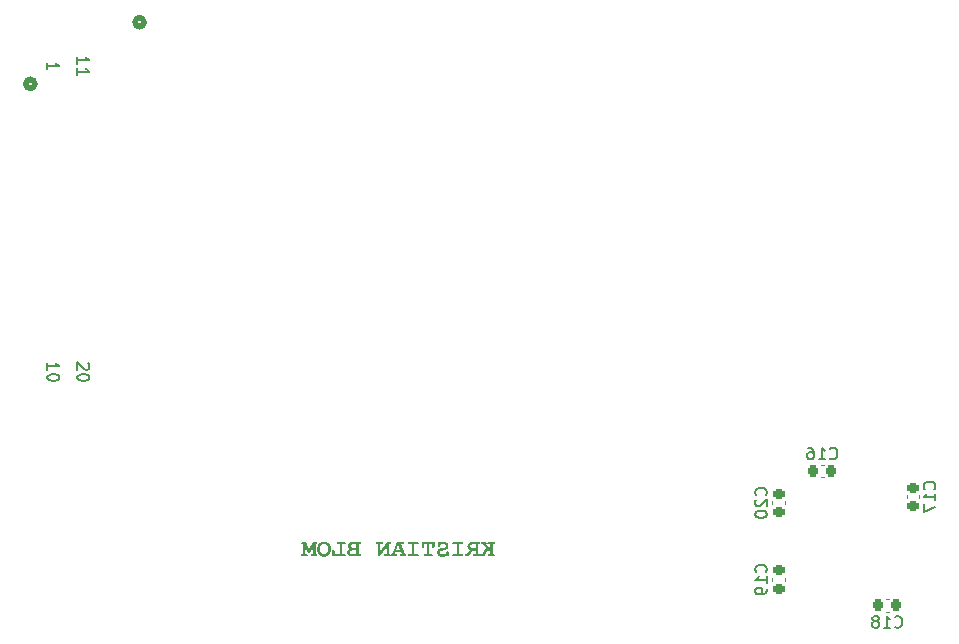
<source format=gbo>
G04 #@! TF.GenerationSoftware,KiCad,Pcbnew,7.0.8-7.0.8~ubuntu22.04.1*
G04 #@! TF.CreationDate,2024-01-26T16:09:11+01:00*
G04 #@! TF.ProjectId,torso,746f7273-6f2e-46b6-9963-61645f706362,1.1*
G04 #@! TF.SameCoordinates,Original*
G04 #@! TF.FileFunction,Legend,Bot*
G04 #@! TF.FilePolarity,Positive*
%FSLAX46Y46*%
G04 Gerber Fmt 4.6, Leading zero omitted, Abs format (unit mm)*
G04 Created by KiCad (PCBNEW 7.0.8-7.0.8~ubuntu22.04.1) date 2024-01-26 16:09:11*
%MOMM*%
%LPD*%
G01*
G04 APERTURE LIST*
G04 Aperture macros list*
%AMRoundRect*
0 Rectangle with rounded corners*
0 $1 Rounding radius*
0 $2 $3 $4 $5 $6 $7 $8 $9 X,Y pos of 4 corners*
0 Add a 4 corners polygon primitive as box body*
4,1,4,$2,$3,$4,$5,$6,$7,$8,$9,$2,$3,0*
0 Add four circle primitives for the rounded corners*
1,1,$1+$1,$2,$3*
1,1,$1+$1,$4,$5*
1,1,$1+$1,$6,$7*
1,1,$1+$1,$8,$9*
0 Add four rect primitives between the rounded corners*
20,1,$1+$1,$2,$3,$4,$5,0*
20,1,$1+$1,$4,$5,$6,$7,0*
20,1,$1+$1,$6,$7,$8,$9,0*
20,1,$1+$1,$8,$9,$2,$3,0*%
G04 Aperture macros list end*
%ADD10C,0.300000*%
%ADD11C,0.150000*%
%ADD12C,0.508000*%
%ADD13C,0.120000*%
%ADD14C,5.300000*%
%ADD15R,1.700000X1.700000*%
%ADD16O,1.700000X1.700000*%
%ADD17R,2.400000X2.400000*%
%ADD18C,2.400000*%
%ADD19R,2.000000X2.000000*%
%ADD20O,2.000000X2.000000*%
%ADD21R,1.600000X1.600000*%
%ADD22C,1.600000*%
%ADD23C,1.524000*%
%ADD24O,3.500000X3.500000*%
%ADD25R,1.905000X2.000000*%
%ADD26O,1.905000X2.000000*%
%ADD27C,1.800000*%
%ADD28R,1.300000X1.300000*%
%ADD29C,1.300000*%
%ADD30C,3.500000*%
%ADD31O,1.900000X1.200000*%
%ADD32C,1.450000*%
%ADD33C,0.965200*%
%ADD34R,2.600000X2.600000*%
%ADD35C,2.600000*%
%ADD36C,1.600200*%
%ADD37RoundRect,0.225000X-0.250000X0.225000X-0.250000X-0.225000X0.250000X-0.225000X0.250000X0.225000X0*%
%ADD38RoundRect,0.225000X-0.225000X-0.250000X0.225000X-0.250000X0.225000X0.250000X-0.225000X0.250000X0*%
%ADD39RoundRect,0.225000X0.250000X-0.225000X0.250000X0.225000X-0.250000X0.225000X-0.250000X-0.225000X0*%
%ADD40RoundRect,0.225000X0.225000X0.250000X-0.225000X0.250000X-0.225000X-0.250000X0.225000X-0.250000X0*%
G04 APERTURE END LIST*
D10*
G36*
X72616765Y-87314748D02*
G01*
X72599907Y-87315160D01*
X72584136Y-87316397D01*
X72569453Y-87318458D01*
X72549467Y-87323095D01*
X72531929Y-87329586D01*
X72516838Y-87337932D01*
X72504194Y-87348133D01*
X72493997Y-87360189D01*
X72486248Y-87374099D01*
X72480945Y-87389864D01*
X72478090Y-87407484D01*
X72477547Y-87420261D01*
X72478770Y-87439117D01*
X72482441Y-87456119D01*
X72488559Y-87471266D01*
X72497124Y-87484558D01*
X72508137Y-87495996D01*
X72521596Y-87505578D01*
X72537503Y-87513306D01*
X72555857Y-87519180D01*
X72576658Y-87523198D01*
X72591885Y-87524847D01*
X72608200Y-87525671D01*
X72616765Y-87525774D01*
X72690771Y-87525774D01*
X72690771Y-87840115D01*
X72314881Y-87517348D01*
X72330251Y-87510335D01*
X72343572Y-87501938D01*
X72354843Y-87492154D01*
X72366051Y-87477978D01*
X72374056Y-87461636D01*
X72378155Y-87447004D01*
X72380204Y-87430987D01*
X72380460Y-87422459D01*
X72379236Y-87403210D01*
X72375566Y-87385854D01*
X72369448Y-87370392D01*
X72360882Y-87356823D01*
X72349870Y-87345147D01*
X72336410Y-87335365D01*
X72320504Y-87327476D01*
X72302150Y-87321480D01*
X72281349Y-87317378D01*
X72266122Y-87315695D01*
X72249807Y-87314853D01*
X72241242Y-87314748D01*
X72030216Y-87314748D01*
X72013357Y-87315160D01*
X71997587Y-87316397D01*
X71982903Y-87318458D01*
X71962918Y-87323095D01*
X71945380Y-87329586D01*
X71930289Y-87337932D01*
X71917645Y-87348133D01*
X71907448Y-87360189D01*
X71899699Y-87374099D01*
X71894396Y-87389864D01*
X71891541Y-87407484D01*
X71890997Y-87420261D01*
X71892147Y-87439117D01*
X71895596Y-87456119D01*
X71901343Y-87471266D01*
X71909390Y-87484558D01*
X71919736Y-87495996D01*
X71932381Y-87505578D01*
X71947325Y-87513306D01*
X71964568Y-87519180D01*
X71984110Y-87523198D01*
X72005951Y-87525362D01*
X72021789Y-87525774D01*
X72392916Y-87848541D01*
X72367567Y-87863060D01*
X72355046Y-87871110D01*
X72342627Y-87879688D01*
X72330311Y-87888793D01*
X72318097Y-87898425D01*
X72305985Y-87908585D01*
X72293975Y-87919272D01*
X72282068Y-87930487D01*
X72270263Y-87942229D01*
X72258561Y-87954498D01*
X72246960Y-87967295D01*
X72235462Y-87980619D01*
X72224067Y-87994470D01*
X72212774Y-88008849D01*
X72201583Y-88023755D01*
X72190494Y-88039188D01*
X72179508Y-88055149D01*
X72168624Y-88071637D01*
X72157842Y-88088653D01*
X72147163Y-88106196D01*
X72136586Y-88124266D01*
X72126111Y-88142864D01*
X72115739Y-88161989D01*
X72105469Y-88181641D01*
X72095301Y-88201821D01*
X72085236Y-88222528D01*
X72075273Y-88243762D01*
X72065412Y-88265524D01*
X72055654Y-88287813D01*
X72045998Y-88310630D01*
X72036444Y-88333974D01*
X71969033Y-88333974D01*
X71952130Y-88334386D01*
X71936318Y-88335622D01*
X71921596Y-88337683D01*
X71901558Y-88342320D01*
X71883974Y-88348811D01*
X71868843Y-88357158D01*
X71856166Y-88367359D01*
X71845942Y-88379414D01*
X71838172Y-88393325D01*
X71832856Y-88409090D01*
X71829993Y-88426710D01*
X71829448Y-88439487D01*
X71830675Y-88458343D01*
X71834355Y-88475344D01*
X71840490Y-88490491D01*
X71849077Y-88503784D01*
X71860119Y-88515221D01*
X71873614Y-88524804D01*
X71889562Y-88532532D01*
X71907965Y-88538405D01*
X71928821Y-88542424D01*
X71944088Y-88544072D01*
X71960445Y-88544896D01*
X71969033Y-88545000D01*
X72200942Y-88545000D01*
X72205588Y-88530973D01*
X72215011Y-88503390D01*
X72224605Y-88476433D01*
X72234371Y-88450104D01*
X72244309Y-88424401D01*
X72254418Y-88399325D01*
X72264699Y-88374876D01*
X72275152Y-88351054D01*
X72285776Y-88327858D01*
X72296573Y-88305290D01*
X72307541Y-88283348D01*
X72318680Y-88262033D01*
X72329992Y-88241345D01*
X72341475Y-88221283D01*
X72353130Y-88201849D01*
X72364957Y-88183041D01*
X72370935Y-88173872D01*
X72382937Y-88156100D01*
X72394949Y-88139234D01*
X72406969Y-88123276D01*
X72418997Y-88108225D01*
X72431034Y-88094081D01*
X72443080Y-88080845D01*
X72455134Y-88068516D01*
X72467197Y-88057094D01*
X72479268Y-88046580D01*
X72491348Y-88036972D01*
X72503437Y-88028273D01*
X72521586Y-88016924D01*
X72539754Y-88007618D01*
X72557942Y-88000352D01*
X72564009Y-87998384D01*
X72690771Y-88106095D01*
X72690771Y-88333974D01*
X72616765Y-88333974D01*
X72599907Y-88334386D01*
X72584136Y-88335622D01*
X72569453Y-88337683D01*
X72549467Y-88342320D01*
X72531929Y-88348811D01*
X72516838Y-88357158D01*
X72504194Y-88367359D01*
X72493997Y-88379414D01*
X72486248Y-88393325D01*
X72480945Y-88409090D01*
X72478090Y-88426710D01*
X72477547Y-88439487D01*
X72478770Y-88458343D01*
X72482441Y-88475344D01*
X72488559Y-88490491D01*
X72497124Y-88503784D01*
X72508137Y-88515221D01*
X72521596Y-88524804D01*
X72537503Y-88532532D01*
X72555857Y-88538405D01*
X72576658Y-88542424D01*
X72591885Y-88544072D01*
X72608200Y-88544896D01*
X72616765Y-88545000D01*
X72933304Y-88545000D01*
X72950162Y-88544587D01*
X72965933Y-88543351D01*
X72980616Y-88541290D01*
X73000602Y-88536653D01*
X73018140Y-88530162D01*
X73033231Y-88521816D01*
X73045875Y-88511615D01*
X73056072Y-88499559D01*
X73063821Y-88485648D01*
X73069123Y-88469883D01*
X73071978Y-88452264D01*
X73072522Y-88439487D01*
X73071299Y-88420630D01*
X73067628Y-88403629D01*
X73061510Y-88388482D01*
X73052945Y-88375190D01*
X73041932Y-88363752D01*
X73028473Y-88354170D01*
X73012566Y-88346442D01*
X72994212Y-88340568D01*
X72973411Y-88336550D01*
X72958184Y-88334901D01*
X72941869Y-88334077D01*
X72933304Y-88333974D01*
X72901796Y-88333974D01*
X72901796Y-87525774D01*
X72933304Y-87525774D01*
X72950162Y-87525362D01*
X72965933Y-87524125D01*
X72980616Y-87522065D01*
X73000602Y-87517428D01*
X73018140Y-87510936D01*
X73033231Y-87502590D01*
X73045875Y-87492389D01*
X73056072Y-87480333D01*
X73063821Y-87466423D01*
X73069123Y-87450658D01*
X73071978Y-87433038D01*
X73072522Y-87420261D01*
X73071961Y-87405578D01*
X73069682Y-87388947D01*
X73065650Y-87374230D01*
X73058497Y-87359096D01*
X73048820Y-87346718D01*
X73036618Y-87337096D01*
X73022047Y-87329502D01*
X73008212Y-87324373D01*
X72992838Y-87320335D01*
X72975926Y-87317389D01*
X72961288Y-87315818D01*
X72945666Y-87314945D01*
X72933304Y-87314748D01*
X72616765Y-87314748D01*
G37*
G36*
X71708088Y-87314945D02*
G01*
X71723710Y-87315818D01*
X71738347Y-87317389D01*
X71755259Y-87320335D01*
X71770633Y-87324373D01*
X71784468Y-87329502D01*
X71799040Y-87337096D01*
X71811242Y-87346718D01*
X71820919Y-87359096D01*
X71828071Y-87374230D01*
X71832104Y-87388947D01*
X71834383Y-87405578D01*
X71834944Y-87420261D01*
X71834400Y-87433038D01*
X71831545Y-87450658D01*
X71826243Y-87466423D01*
X71818493Y-87480333D01*
X71808296Y-87492389D01*
X71795653Y-87502590D01*
X71780561Y-87510936D01*
X71763023Y-87517428D01*
X71743038Y-87522065D01*
X71728355Y-87524125D01*
X71712584Y-87525362D01*
X71695725Y-87525774D01*
X71663852Y-87525774D01*
X71663852Y-88333974D01*
X71695725Y-88333974D01*
X71704290Y-88334077D01*
X71720605Y-88334901D01*
X71735832Y-88336550D01*
X71756633Y-88340568D01*
X71774987Y-88346442D01*
X71790894Y-88354170D01*
X71804354Y-88363752D01*
X71815366Y-88375190D01*
X71823931Y-88388482D01*
X71830049Y-88403629D01*
X71833720Y-88420630D01*
X71834944Y-88439487D01*
X71834400Y-88452264D01*
X71831545Y-88469883D01*
X71826243Y-88485648D01*
X71818493Y-88499559D01*
X71808296Y-88511615D01*
X71795653Y-88521816D01*
X71780561Y-88530162D01*
X71763023Y-88536653D01*
X71743038Y-88541290D01*
X71728355Y-88543351D01*
X71712584Y-88544587D01*
X71695725Y-88545000D01*
X71379187Y-88545000D01*
X71370599Y-88544896D01*
X71354241Y-88544072D01*
X71338974Y-88542424D01*
X71318118Y-88538405D01*
X71299716Y-88532532D01*
X71283767Y-88524804D01*
X71270272Y-88515221D01*
X71259231Y-88503784D01*
X71250643Y-88490491D01*
X71244509Y-88475344D01*
X71240829Y-88458343D01*
X71239602Y-88439487D01*
X71240147Y-88426710D01*
X71243010Y-88409090D01*
X71248326Y-88393325D01*
X71256096Y-88379414D01*
X71266319Y-88367359D01*
X71278996Y-88357158D01*
X71294127Y-88348811D01*
X71311711Y-88342320D01*
X71331750Y-88337683D01*
X71346471Y-88335622D01*
X71362284Y-88334386D01*
X71379187Y-88333974D01*
X71452826Y-88333974D01*
X71452826Y-88076420D01*
X71250226Y-88076420D01*
X71241590Y-88079831D01*
X71227846Y-88086752D01*
X71213155Y-88095837D01*
X71197517Y-88107085D01*
X71180933Y-88120498D01*
X71169351Y-88130642D01*
X71157349Y-88141747D01*
X71144925Y-88153814D01*
X71132081Y-88166843D01*
X71118816Y-88180833D01*
X71105130Y-88195786D01*
X71091024Y-88211700D01*
X71076497Y-88228575D01*
X71061549Y-88246413D01*
X71046515Y-88264752D01*
X71031822Y-88283135D01*
X71017469Y-88301560D01*
X71003457Y-88320029D01*
X70989786Y-88338540D01*
X70976455Y-88357095D01*
X70963465Y-88375692D01*
X70950815Y-88394332D01*
X70938506Y-88413015D01*
X70926538Y-88431741D01*
X70914910Y-88450510D01*
X70903623Y-88469322D01*
X70892676Y-88488177D01*
X70882070Y-88507075D01*
X70871805Y-88526016D01*
X70861880Y-88545000D01*
X70695184Y-88545000D01*
X70686619Y-88544896D01*
X70670305Y-88544072D01*
X70655078Y-88542424D01*
X70634276Y-88538405D01*
X70615922Y-88532532D01*
X70600016Y-88524804D01*
X70586556Y-88515221D01*
X70575544Y-88503784D01*
X70566978Y-88490491D01*
X70560860Y-88475344D01*
X70557190Y-88458343D01*
X70555966Y-88439487D01*
X70556510Y-88426710D01*
X70559365Y-88409090D01*
X70564667Y-88393325D01*
X70572417Y-88379414D01*
X70582613Y-88367359D01*
X70595257Y-88357158D01*
X70610348Y-88348811D01*
X70627886Y-88342320D01*
X70647872Y-88337683D01*
X70662555Y-88335622D01*
X70678326Y-88334386D01*
X70695184Y-88333974D01*
X70722662Y-88333974D01*
X70730730Y-88321256D01*
X70738813Y-88308705D01*
X70746913Y-88296318D01*
X70755028Y-88284097D01*
X70771305Y-88260150D01*
X70787646Y-88236864D01*
X70804049Y-88214240D01*
X70820515Y-88192277D01*
X70837045Y-88170974D01*
X70853637Y-88150334D01*
X70870292Y-88130354D01*
X70887010Y-88111035D01*
X70903792Y-88092378D01*
X70920636Y-88074382D01*
X70937543Y-88057047D01*
X70954513Y-88040373D01*
X70971546Y-88024360D01*
X70988642Y-88009009D01*
X70974622Y-88001155D01*
X70961048Y-87993166D01*
X70947918Y-87985041D01*
X70935233Y-87976780D01*
X70911199Y-87959850D01*
X70888945Y-87942376D01*
X70868472Y-87924358D01*
X70849779Y-87905797D01*
X70832866Y-87886692D01*
X70817733Y-87867042D01*
X70804381Y-87846849D01*
X70792809Y-87826113D01*
X70783017Y-87804832D01*
X70775006Y-87783008D01*
X70768775Y-87760639D01*
X70764324Y-87737727D01*
X70761654Y-87714271D01*
X70760764Y-87690272D01*
X70760917Y-87684043D01*
X70984246Y-87684043D01*
X70984332Y-87688895D01*
X70986393Y-87707786D01*
X70991201Y-87725852D01*
X70998757Y-87743094D01*
X71009061Y-87759512D01*
X71018592Y-87771284D01*
X71029669Y-87782593D01*
X71042292Y-87793438D01*
X71056460Y-87803819D01*
X71072173Y-87813736D01*
X71083294Y-87819992D01*
X71100636Y-87828618D01*
X71118770Y-87836337D01*
X71137696Y-87843147D01*
X71157414Y-87849049D01*
X71177925Y-87854043D01*
X71199227Y-87858129D01*
X71213869Y-87860349D01*
X71228863Y-87862165D01*
X71244208Y-87863578D01*
X71259906Y-87864587D01*
X71275956Y-87865192D01*
X71292358Y-87865394D01*
X71452826Y-87865394D01*
X71452826Y-87525774D01*
X71216521Y-87525774D01*
X71204020Y-87525952D01*
X71185789Y-87526883D01*
X71168184Y-87528613D01*
X71151202Y-87531142D01*
X71134846Y-87534470D01*
X71119114Y-87538595D01*
X71104007Y-87543520D01*
X71089524Y-87549243D01*
X71075667Y-87555764D01*
X71062433Y-87563085D01*
X71049825Y-87571203D01*
X71034455Y-87582904D01*
X71021134Y-87595292D01*
X71009863Y-87608366D01*
X71000641Y-87622128D01*
X70993468Y-87636576D01*
X70988345Y-87651712D01*
X70985271Y-87667534D01*
X70984246Y-87684043D01*
X70760917Y-87684043D01*
X70761270Y-87669678D01*
X70762790Y-87649571D01*
X70765323Y-87629950D01*
X70768869Y-87610816D01*
X70773429Y-87592169D01*
X70779002Y-87574008D01*
X70785588Y-87556334D01*
X70793187Y-87539146D01*
X70801799Y-87522445D01*
X70811425Y-87506231D01*
X70822064Y-87490503D01*
X70833716Y-87475262D01*
X70846381Y-87460507D01*
X70860060Y-87446239D01*
X70874752Y-87432457D01*
X70890457Y-87419162D01*
X70906962Y-87406518D01*
X70924053Y-87394690D01*
X70941732Y-87383678D01*
X70959997Y-87373481D01*
X70978849Y-87364100D01*
X70998288Y-87355535D01*
X71018313Y-87347785D01*
X71038926Y-87340852D01*
X71060125Y-87334734D01*
X71081911Y-87329431D01*
X71104283Y-87324945D01*
X71127242Y-87321274D01*
X71150788Y-87318419D01*
X71174921Y-87316380D01*
X71199641Y-87315156D01*
X71224947Y-87314748D01*
X71695725Y-87314748D01*
X71708088Y-87314945D01*
G37*
G36*
X69630530Y-88333974D02*
G01*
X69614169Y-88334323D01*
X69598794Y-88335370D01*
X69580958Y-88337662D01*
X69564662Y-88341045D01*
X69549903Y-88345519D01*
X69534224Y-88352328D01*
X69527215Y-88356322D01*
X69515013Y-88365943D01*
X69505336Y-88378321D01*
X69498184Y-88393455D01*
X69494151Y-88408172D01*
X69491872Y-88424803D01*
X69491311Y-88439487D01*
X69492535Y-88458343D01*
X69496206Y-88475344D01*
X69502324Y-88490491D01*
X69510889Y-88503784D01*
X69521901Y-88515221D01*
X69535361Y-88524804D01*
X69551268Y-88532532D01*
X69569622Y-88538405D01*
X69590423Y-88542424D01*
X69605650Y-88544072D01*
X69621965Y-88544896D01*
X69630530Y-88545000D01*
X70268004Y-88545000D01*
X70284862Y-88544587D01*
X70300633Y-88543351D01*
X70315316Y-88541290D01*
X70335302Y-88536653D01*
X70352840Y-88530162D01*
X70367931Y-88521816D01*
X70380575Y-88511615D01*
X70390771Y-88499559D01*
X70398521Y-88485648D01*
X70403823Y-88469883D01*
X70406678Y-88452264D01*
X70407222Y-88439487D01*
X70406661Y-88424803D01*
X70404382Y-88408172D01*
X70400350Y-88393455D01*
X70393197Y-88378321D01*
X70383520Y-88365943D01*
X70371318Y-88356322D01*
X70356747Y-88348727D01*
X70342912Y-88343598D01*
X70327538Y-88339561D01*
X70310626Y-88336614D01*
X70295988Y-88335043D01*
X70280366Y-88334170D01*
X70268004Y-88333974D01*
X70054780Y-88333974D01*
X70054780Y-87525774D01*
X70268004Y-87525774D01*
X70284862Y-87525362D01*
X70300633Y-87524125D01*
X70315316Y-87522065D01*
X70335302Y-87517428D01*
X70352840Y-87510936D01*
X70367931Y-87502590D01*
X70380575Y-87492389D01*
X70390771Y-87480333D01*
X70398521Y-87466423D01*
X70403823Y-87450658D01*
X70406678Y-87433038D01*
X70407222Y-87420261D01*
X70406661Y-87405578D01*
X70404382Y-87388947D01*
X70400350Y-87374230D01*
X70393197Y-87359096D01*
X70383520Y-87346718D01*
X70371318Y-87337096D01*
X70356747Y-87329502D01*
X70342912Y-87324373D01*
X70327538Y-87320335D01*
X70310626Y-87317389D01*
X70295988Y-87315818D01*
X70280366Y-87314945D01*
X70268004Y-87314748D01*
X69630530Y-87314748D01*
X69614169Y-87315097D01*
X69598794Y-87316145D01*
X69580958Y-87318437D01*
X69564662Y-87321819D01*
X69549903Y-87326293D01*
X69534224Y-87333103D01*
X69527215Y-87337096D01*
X69515013Y-87346718D01*
X69505336Y-87359096D01*
X69498184Y-87374230D01*
X69494151Y-87388947D01*
X69491872Y-87405578D01*
X69491311Y-87420261D01*
X69492535Y-87439117D01*
X69496206Y-87456119D01*
X69502324Y-87471266D01*
X69510889Y-87484558D01*
X69521901Y-87495996D01*
X69535361Y-87505578D01*
X69551268Y-87513306D01*
X69569622Y-87519180D01*
X69590423Y-87523198D01*
X69605650Y-87524847D01*
X69621965Y-87525671D01*
X69630530Y-87525774D01*
X69843754Y-87525774D01*
X69843754Y-88333974D01*
X69630530Y-88333974D01*
G37*
G36*
X68335799Y-87285073D02*
G01*
X68320715Y-87285634D01*
X68303743Y-87287913D01*
X68288865Y-87291945D01*
X68273774Y-87299098D01*
X68261697Y-87308775D01*
X68252634Y-87320976D01*
X68245786Y-87335548D01*
X68240355Y-87352335D01*
X68236911Y-87368016D01*
X68234452Y-87385236D01*
X68233192Y-87400120D01*
X68232563Y-87415988D01*
X68232484Y-87424291D01*
X68232484Y-87610038D01*
X68232887Y-87627163D01*
X68234098Y-87643182D01*
X68236116Y-87658097D01*
X68240656Y-87678398D01*
X68247012Y-87696214D01*
X68255185Y-87711543D01*
X68265173Y-87724386D01*
X68276978Y-87734744D01*
X68290598Y-87742616D01*
X68306035Y-87748002D01*
X68323288Y-87750902D01*
X68335799Y-87751454D01*
X68350954Y-87750810D01*
X68365700Y-87748704D01*
X68366573Y-87748524D01*
X68381250Y-87743962D01*
X68389654Y-87740097D01*
X68401683Y-87731149D01*
X68407606Y-87725076D01*
X68417287Y-87713537D01*
X68420429Y-87709323D01*
X68426949Y-87695790D01*
X68428855Y-87690638D01*
X68433134Y-87676180D01*
X68433984Y-87672686D01*
X68437404Y-87657675D01*
X68438381Y-87653635D01*
X68441171Y-87639038D01*
X68441311Y-87637515D01*
X68445902Y-87622053D01*
X68452165Y-87607359D01*
X68460099Y-87593431D01*
X68469705Y-87580271D01*
X68480982Y-87567877D01*
X68493931Y-87556251D01*
X68508551Y-87545392D01*
X68524842Y-87535300D01*
X68537959Y-87528294D01*
X68551616Y-87521977D01*
X68565814Y-87516350D01*
X68580553Y-87511411D01*
X68595833Y-87507162D01*
X68611654Y-87503602D01*
X68628016Y-87500731D01*
X68644918Y-87498549D01*
X68662362Y-87497056D01*
X68680347Y-87496252D01*
X68692637Y-87496099D01*
X68710930Y-87496508D01*
X68728714Y-87497734D01*
X68745989Y-87499779D01*
X68762756Y-87502642D01*
X68779014Y-87506322D01*
X68794763Y-87510820D01*
X68810003Y-87516137D01*
X68824735Y-87522271D01*
X68838957Y-87529223D01*
X68852671Y-87536993D01*
X68861531Y-87542627D01*
X68873971Y-87551534D01*
X68888654Y-87563982D01*
X68901162Y-87577083D01*
X68911495Y-87590836D01*
X68919652Y-87605241D01*
X68925634Y-87620299D01*
X68929441Y-87636010D01*
X68931072Y-87652373D01*
X68931140Y-87656566D01*
X68930053Y-87674009D01*
X68926790Y-87690432D01*
X68921352Y-87705836D01*
X68913738Y-87720222D01*
X68903949Y-87733589D01*
X68891985Y-87745936D01*
X68877846Y-87757265D01*
X68861531Y-87767575D01*
X68848211Y-87774618D01*
X68834492Y-87781184D01*
X68820373Y-87787274D01*
X68805855Y-87792888D01*
X68790938Y-87798025D01*
X68775622Y-87802685D01*
X68759906Y-87806869D01*
X68743791Y-87810577D01*
X68727277Y-87813807D01*
X68710363Y-87816561D01*
X68698866Y-87818133D01*
X68681299Y-87820433D01*
X68663360Y-87823074D01*
X68645046Y-87826057D01*
X68626360Y-87829381D01*
X68607299Y-87833047D01*
X68587866Y-87837053D01*
X68568058Y-87841402D01*
X68547878Y-87846091D01*
X68527323Y-87851122D01*
X68506395Y-87856494D01*
X68492236Y-87860265D01*
X68471297Y-87866163D01*
X68451209Y-87872453D01*
X68431971Y-87879137D01*
X68413582Y-87886214D01*
X68396044Y-87893683D01*
X68379356Y-87901545D01*
X68363518Y-87909800D01*
X68348530Y-87918448D01*
X68334392Y-87927489D01*
X68321104Y-87936922D01*
X68312718Y-87943429D01*
X68297634Y-87956096D01*
X68283523Y-87969275D01*
X68270385Y-87982967D01*
X68258221Y-87997170D01*
X68247030Y-88011887D01*
X68236811Y-88027115D01*
X68227567Y-88042856D01*
X68219295Y-88059109D01*
X68211996Y-88075874D01*
X68205671Y-88093152D01*
X68200318Y-88110942D01*
X68195939Y-88129245D01*
X68192533Y-88148060D01*
X68190100Y-88167387D01*
X68188640Y-88187226D01*
X68188154Y-88207578D01*
X68188673Y-88227894D01*
X68190232Y-88247718D01*
X68192829Y-88267049D01*
X68196466Y-88285888D01*
X68201141Y-88304235D01*
X68206855Y-88322090D01*
X68213609Y-88339452D01*
X68221401Y-88356322D01*
X68230233Y-88372700D01*
X68240103Y-88388585D01*
X68251012Y-88403978D01*
X68262961Y-88418879D01*
X68275948Y-88433287D01*
X68289974Y-88447203D01*
X68305040Y-88460627D01*
X68321144Y-88473558D01*
X68338097Y-88485803D01*
X68355708Y-88497258D01*
X68373978Y-88507922D01*
X68392906Y-88517797D01*
X68412492Y-88526882D01*
X68432736Y-88535176D01*
X68453639Y-88542681D01*
X68475200Y-88549396D01*
X68497420Y-88555321D01*
X68520297Y-88560455D01*
X68543833Y-88564800D01*
X68568028Y-88568355D01*
X68592880Y-88571120D01*
X68618391Y-88573095D01*
X68644561Y-88574280D01*
X68671388Y-88574675D01*
X68693197Y-88574353D01*
X68714842Y-88573387D01*
X68736325Y-88571777D01*
X68757644Y-88569523D01*
X68778800Y-88566625D01*
X68799793Y-88563083D01*
X68820623Y-88558897D01*
X68841290Y-88554067D01*
X68861793Y-88548593D01*
X68882134Y-88542475D01*
X68902311Y-88535713D01*
X68922325Y-88528307D01*
X68942176Y-88520257D01*
X68961864Y-88511563D01*
X68981388Y-88502225D01*
X69000750Y-88492243D01*
X69011283Y-88504093D01*
X69021816Y-88514362D01*
X69034982Y-88524978D01*
X69048148Y-88533124D01*
X69063948Y-88539641D01*
X69079747Y-88542604D01*
X69085013Y-88542801D01*
X69104263Y-88541578D01*
X69121618Y-88537907D01*
X69137081Y-88531789D01*
X69150650Y-88523224D01*
X69162326Y-88512211D01*
X69172108Y-88498752D01*
X69179997Y-88482845D01*
X69185993Y-88464491D01*
X69190095Y-88443690D01*
X69191778Y-88428463D01*
X69192619Y-88412148D01*
X69192725Y-88403583D01*
X69192725Y-88264364D01*
X69192364Y-88247506D01*
X69191282Y-88231735D01*
X69189479Y-88217052D01*
X69186210Y-88200227D01*
X69181815Y-88185102D01*
X69175053Y-88169196D01*
X69169644Y-88159951D01*
X69159602Y-88148123D01*
X69147061Y-88138742D01*
X69132021Y-88131808D01*
X69117579Y-88127899D01*
X69101403Y-88125690D01*
X69087212Y-88125146D01*
X69072277Y-88125872D01*
X69057411Y-88128276D01*
X69052407Y-88129542D01*
X69037936Y-88134672D01*
X69026029Y-88141999D01*
X69014575Y-88151618D01*
X69008077Y-88157752D01*
X68999407Y-88169736D01*
X68995621Y-88177903D01*
X68989828Y-88191727D01*
X68987927Y-88196953D01*
X68983519Y-88211219D01*
X68982798Y-88213806D01*
X68979501Y-88226263D01*
X68974715Y-88240287D01*
X68967685Y-88253786D01*
X68958412Y-88266757D01*
X68946894Y-88279202D01*
X68933133Y-88291121D01*
X68917127Y-88302512D01*
X68903650Y-88310710D01*
X68888911Y-88318612D01*
X68878384Y-88323715D01*
X68861939Y-88330852D01*
X68845167Y-88337287D01*
X68828065Y-88343019D01*
X68810635Y-88348050D01*
X68792877Y-88352379D01*
X68774790Y-88356006D01*
X68756375Y-88358930D01*
X68737631Y-88361153D01*
X68718559Y-88362674D01*
X68699159Y-88363493D01*
X68686043Y-88363649D01*
X68664255Y-88363240D01*
X68643131Y-88362013D01*
X68622670Y-88359969D01*
X68602872Y-88357106D01*
X68583738Y-88353426D01*
X68565267Y-88348927D01*
X68547459Y-88343611D01*
X68530315Y-88337477D01*
X68513834Y-88330525D01*
X68498016Y-88322755D01*
X68487840Y-88317121D01*
X68473501Y-88308213D01*
X68460573Y-88298939D01*
X68449055Y-88289297D01*
X68435891Y-88275870D01*
X68425235Y-88261791D01*
X68417087Y-88247059D01*
X68411445Y-88231675D01*
X68408311Y-88215638D01*
X68407606Y-88203182D01*
X68408579Y-88187737D01*
X68411499Y-88173094D01*
X68416364Y-88159252D01*
X68423176Y-88146212D01*
X68431935Y-88133973D01*
X68442640Y-88122536D01*
X68455291Y-88111900D01*
X68469888Y-88102065D01*
X68485756Y-88092940D01*
X68502219Y-88084617D01*
X68519278Y-88077095D01*
X68536933Y-88070375D01*
X68555182Y-88064456D01*
X68574027Y-88059338D01*
X68588551Y-88056026D01*
X68603410Y-88053164D01*
X68613503Y-88051507D01*
X68628994Y-88048993D01*
X68644968Y-88046260D01*
X68661426Y-88043309D01*
X68678366Y-88040138D01*
X68695790Y-88036749D01*
X68713696Y-88033140D01*
X68732086Y-88029312D01*
X68750958Y-88025266D01*
X68770313Y-88021001D01*
X68790152Y-88016516D01*
X68803646Y-88013405D01*
X68823599Y-88008506D01*
X68842792Y-88003427D01*
X68861226Y-87998168D01*
X68878899Y-87992728D01*
X68895813Y-87987108D01*
X68911966Y-87981308D01*
X68927360Y-87975327D01*
X68941994Y-87969166D01*
X68955868Y-87962825D01*
X68973184Y-87954090D01*
X68977302Y-87951856D01*
X68992050Y-87942920D01*
X69006205Y-87933424D01*
X69019768Y-87923368D01*
X69032738Y-87912752D01*
X69045116Y-87901575D01*
X69056901Y-87889839D01*
X69068093Y-87877541D01*
X69078694Y-87864684D01*
X69088701Y-87851266D01*
X69098117Y-87837288D01*
X69104064Y-87827658D01*
X69112380Y-87812852D01*
X69119877Y-87797832D01*
X69126556Y-87782601D01*
X69132418Y-87767157D01*
X69137461Y-87751500D01*
X69141687Y-87735631D01*
X69145095Y-87719549D01*
X69147685Y-87703255D01*
X69149457Y-87686748D01*
X69150411Y-87670029D01*
X69150593Y-87658764D01*
X69150082Y-87638916D01*
X69148549Y-87619489D01*
X69145995Y-87600482D01*
X69142418Y-87581897D01*
X69137820Y-87563731D01*
X69132200Y-87545987D01*
X69125558Y-87528664D01*
X69117895Y-87511761D01*
X69109209Y-87495279D01*
X69099502Y-87479217D01*
X69088773Y-87463577D01*
X69077022Y-87448357D01*
X69064249Y-87433558D01*
X69050455Y-87419179D01*
X69035639Y-87405222D01*
X69019801Y-87391685D01*
X69003153Y-87378775D01*
X68985998Y-87366698D01*
X68968336Y-87355453D01*
X68950169Y-87345042D01*
X68931494Y-87335464D01*
X68912313Y-87326718D01*
X68892625Y-87318805D01*
X68872431Y-87311726D01*
X68851730Y-87305479D01*
X68830522Y-87300065D01*
X68808808Y-87295484D01*
X68786587Y-87291736D01*
X68763859Y-87288821D01*
X68740625Y-87286739D01*
X68716885Y-87285489D01*
X68692637Y-87285073D01*
X68672503Y-87285345D01*
X68652767Y-87286160D01*
X68633428Y-87287520D01*
X68614487Y-87289423D01*
X68595944Y-87291871D01*
X68577799Y-87294862D01*
X68560052Y-87298396D01*
X68542703Y-87302475D01*
X68525751Y-87307098D01*
X68509198Y-87312264D01*
X68493042Y-87317974D01*
X68477284Y-87324228D01*
X68461924Y-87331026D01*
X68446961Y-87338367D01*
X68432397Y-87346253D01*
X68418230Y-87354682D01*
X68411911Y-87340596D01*
X68404538Y-87326408D01*
X68396111Y-87313156D01*
X68385578Y-87301034D01*
X68384525Y-87300094D01*
X68371164Y-87291542D01*
X68355937Y-87286848D01*
X68339724Y-87285131D01*
X68335799Y-87285073D01*
G37*
G36*
X67189078Y-88333974D02*
G01*
X67172176Y-88334386D01*
X67156363Y-88335622D01*
X67141641Y-88337683D01*
X67121603Y-88342320D01*
X67104019Y-88348811D01*
X67088888Y-88357158D01*
X67076211Y-88367359D01*
X67065987Y-88379414D01*
X67058218Y-88393325D01*
X67052901Y-88409090D01*
X67050039Y-88426710D01*
X67049494Y-88439487D01*
X67050720Y-88458343D01*
X67054401Y-88475344D01*
X67060535Y-88490491D01*
X67069123Y-88503784D01*
X67080164Y-88515221D01*
X67093659Y-88524804D01*
X67109608Y-88532532D01*
X67128010Y-88538405D01*
X67148866Y-88542424D01*
X67164133Y-88544072D01*
X67180491Y-88544896D01*
X67189078Y-88545000D01*
X67676343Y-88545000D01*
X67693201Y-88544587D01*
X67708972Y-88543351D01*
X67723655Y-88541290D01*
X67743641Y-88536653D01*
X67761179Y-88530162D01*
X67776270Y-88521816D01*
X67788914Y-88511615D01*
X67799111Y-88499559D01*
X67806860Y-88485648D01*
X67812162Y-88469883D01*
X67815017Y-88452264D01*
X67815561Y-88439487D01*
X67815000Y-88424803D01*
X67812721Y-88408172D01*
X67808689Y-88393455D01*
X67801536Y-88378321D01*
X67791859Y-88365943D01*
X67779658Y-88356322D01*
X67765086Y-88348727D01*
X67751251Y-88343598D01*
X67735877Y-88339561D01*
X67718965Y-88336614D01*
X67704327Y-88335043D01*
X67688705Y-88334170D01*
X67676343Y-88333974D01*
X67539323Y-88333974D01*
X67539323Y-87525774D01*
X67765003Y-87525774D01*
X67765003Y-87722145D01*
X67765415Y-87739004D01*
X67766652Y-87754775D01*
X67768712Y-87769458D01*
X67773349Y-87789443D01*
X67779841Y-87806982D01*
X67788187Y-87822073D01*
X67798388Y-87834716D01*
X67810444Y-87844913D01*
X67824354Y-87852663D01*
X67840119Y-87857965D01*
X67857739Y-87860820D01*
X67870516Y-87861364D01*
X67889372Y-87860140D01*
X67906374Y-87856469D01*
X67921521Y-87850351D01*
X67934813Y-87841786D01*
X67946250Y-87830774D01*
X67955833Y-87817314D01*
X67963561Y-87801407D01*
X67969434Y-87783053D01*
X67973453Y-87762252D01*
X67975101Y-87747025D01*
X67975926Y-87730711D01*
X67976029Y-87722145D01*
X67976029Y-87314748D01*
X66887194Y-87314748D01*
X66887194Y-87722145D01*
X66887543Y-87738506D01*
X66888591Y-87753882D01*
X66890883Y-87771717D01*
X66894265Y-87788014D01*
X66898739Y-87802772D01*
X66905549Y-87818451D01*
X66909542Y-87825460D01*
X66919164Y-87837662D01*
X66931541Y-87847339D01*
X66946675Y-87854492D01*
X66961393Y-87858524D01*
X66978024Y-87860803D01*
X66992707Y-87861364D01*
X67011563Y-87860140D01*
X67028565Y-87856469D01*
X67043712Y-87850351D01*
X67057004Y-87841786D01*
X67068441Y-87830774D01*
X67078024Y-87817314D01*
X67085752Y-87801407D01*
X67091625Y-87783053D01*
X67095644Y-87762252D01*
X67097293Y-87747025D01*
X67098117Y-87730711D01*
X67098220Y-87722145D01*
X67098220Y-87525774D01*
X67328297Y-87525774D01*
X67328297Y-88333974D01*
X67189078Y-88333974D01*
G37*
G36*
X65854047Y-88333974D02*
G01*
X65837686Y-88334323D01*
X65822311Y-88335370D01*
X65804475Y-88337662D01*
X65788179Y-88341045D01*
X65773420Y-88345519D01*
X65757741Y-88352328D01*
X65750732Y-88356322D01*
X65738531Y-88365943D01*
X65728853Y-88378321D01*
X65721701Y-88393455D01*
X65717669Y-88408172D01*
X65715390Y-88424803D01*
X65714829Y-88439487D01*
X65716052Y-88458343D01*
X65719723Y-88475344D01*
X65725841Y-88490491D01*
X65734406Y-88503784D01*
X65745419Y-88515221D01*
X65758878Y-88524804D01*
X65774785Y-88532532D01*
X65793139Y-88538405D01*
X65813940Y-88542424D01*
X65829167Y-88544072D01*
X65845482Y-88544896D01*
X65854047Y-88545000D01*
X66491521Y-88545000D01*
X66508379Y-88544587D01*
X66524150Y-88543351D01*
X66538833Y-88541290D01*
X66558819Y-88536653D01*
X66576357Y-88530162D01*
X66591448Y-88521816D01*
X66604092Y-88511615D01*
X66614289Y-88499559D01*
X66622038Y-88485648D01*
X66627340Y-88469883D01*
X66630195Y-88452264D01*
X66630739Y-88439487D01*
X66630178Y-88424803D01*
X66627899Y-88408172D01*
X66623867Y-88393455D01*
X66616714Y-88378321D01*
X66607037Y-88365943D01*
X66594836Y-88356322D01*
X66580264Y-88348727D01*
X66566429Y-88343598D01*
X66551055Y-88339561D01*
X66534143Y-88336614D01*
X66519505Y-88335043D01*
X66503883Y-88334170D01*
X66491521Y-88333974D01*
X66278297Y-88333974D01*
X66278297Y-87525774D01*
X66491521Y-87525774D01*
X66508379Y-87525362D01*
X66524150Y-87524125D01*
X66538833Y-87522065D01*
X66558819Y-87517428D01*
X66576357Y-87510936D01*
X66591448Y-87502590D01*
X66604092Y-87492389D01*
X66614289Y-87480333D01*
X66622038Y-87466423D01*
X66627340Y-87450658D01*
X66630195Y-87433038D01*
X66630739Y-87420261D01*
X66630178Y-87405578D01*
X66627899Y-87388947D01*
X66623867Y-87374230D01*
X66616714Y-87359096D01*
X66607037Y-87346718D01*
X66594836Y-87337096D01*
X66580264Y-87329502D01*
X66566429Y-87324373D01*
X66551055Y-87320335D01*
X66534143Y-87317389D01*
X66519505Y-87315818D01*
X66503883Y-87314945D01*
X66491521Y-87314748D01*
X65854047Y-87314748D01*
X65837686Y-87315097D01*
X65822311Y-87316145D01*
X65804475Y-87318437D01*
X65788179Y-87321819D01*
X65773420Y-87326293D01*
X65757741Y-87333103D01*
X65750732Y-87337096D01*
X65738531Y-87346718D01*
X65728853Y-87359096D01*
X65721701Y-87374230D01*
X65717669Y-87388947D01*
X65715390Y-87405578D01*
X65714829Y-87420261D01*
X65716052Y-87439117D01*
X65719723Y-87456119D01*
X65725841Y-87471266D01*
X65734406Y-87484558D01*
X65745419Y-87495996D01*
X65758878Y-87505578D01*
X65774785Y-87513306D01*
X65793139Y-87519180D01*
X65813940Y-87523198D01*
X65829167Y-87524847D01*
X65845482Y-87525671D01*
X65854047Y-87525774D01*
X66067271Y-87525774D01*
X66067271Y-88333974D01*
X65854047Y-88333974D01*
G37*
G36*
X65268146Y-87314935D02*
G01*
X65283811Y-87315765D01*
X65298526Y-87317259D01*
X65315583Y-87320061D01*
X65331155Y-87323900D01*
X65345243Y-87328776D01*
X65360188Y-87335997D01*
X65372763Y-87345323D01*
X65382736Y-87357636D01*
X65390108Y-87372937D01*
X65394264Y-87387971D01*
X65396613Y-87405080D01*
X65397191Y-87420261D01*
X65396638Y-87433038D01*
X65393738Y-87450658D01*
X65388352Y-87466423D01*
X65380480Y-87480333D01*
X65370123Y-87492389D01*
X65357279Y-87502590D01*
X65341950Y-87510936D01*
X65324135Y-87517428D01*
X65303834Y-87522065D01*
X65288919Y-87524125D01*
X65272899Y-87525362D01*
X65255774Y-87525774D01*
X65122784Y-87525774D01*
X65449947Y-88333974D01*
X65462319Y-88334160D01*
X65477984Y-88334990D01*
X65492699Y-88336485D01*
X65509756Y-88339286D01*
X65525328Y-88343125D01*
X65539416Y-88348001D01*
X65554361Y-88355223D01*
X65566936Y-88364548D01*
X65576910Y-88376861D01*
X65584281Y-88392163D01*
X65588437Y-88407196D01*
X65590786Y-88424305D01*
X65591364Y-88439487D01*
X65590820Y-88452264D01*
X65587965Y-88469883D01*
X65582663Y-88485648D01*
X65574913Y-88499559D01*
X65564716Y-88511615D01*
X65552073Y-88521816D01*
X65536982Y-88530162D01*
X65519443Y-88536653D01*
X65499458Y-88541290D01*
X65484775Y-88543351D01*
X65469004Y-88544587D01*
X65452145Y-88545000D01*
X65171510Y-88545000D01*
X65162945Y-88544896D01*
X65146630Y-88544072D01*
X65131403Y-88542424D01*
X65110602Y-88538405D01*
X65092248Y-88532532D01*
X65076341Y-88524804D01*
X65062882Y-88515221D01*
X65051869Y-88503784D01*
X65043304Y-88490491D01*
X65037186Y-88475344D01*
X65033515Y-88458343D01*
X65032292Y-88439487D01*
X65032836Y-88426710D01*
X65035691Y-88409090D01*
X65040993Y-88393325D01*
X65048743Y-88379414D01*
X65058939Y-88367359D01*
X65071583Y-88357158D01*
X65086674Y-88348811D01*
X65104212Y-88342320D01*
X65124198Y-88337683D01*
X65138881Y-88335622D01*
X65154652Y-88334386D01*
X65171510Y-88333974D01*
X65219870Y-88333974D01*
X65171510Y-88211608D01*
X64669225Y-88211608D01*
X64620498Y-88333974D01*
X64669225Y-88333974D01*
X64681588Y-88334170D01*
X64697210Y-88335043D01*
X64711847Y-88336614D01*
X64728759Y-88339561D01*
X64744133Y-88343598D01*
X64757968Y-88348727D01*
X64772540Y-88356322D01*
X64784741Y-88365943D01*
X64794418Y-88378321D01*
X64801571Y-88393455D01*
X64805603Y-88408172D01*
X64807882Y-88424803D01*
X64808443Y-88439487D01*
X64807900Y-88452264D01*
X64805044Y-88469883D01*
X64799742Y-88485648D01*
X64791993Y-88499559D01*
X64781796Y-88511615D01*
X64769152Y-88521816D01*
X64754061Y-88530162D01*
X64736523Y-88536653D01*
X64716537Y-88541290D01*
X64701854Y-88543351D01*
X64686083Y-88544587D01*
X64669225Y-88545000D01*
X64375767Y-88545000D01*
X64367202Y-88544896D01*
X64350887Y-88544072D01*
X64335660Y-88542424D01*
X64314859Y-88538405D01*
X64296505Y-88532532D01*
X64280598Y-88524804D01*
X64267139Y-88515221D01*
X64256126Y-88503784D01*
X64247561Y-88490491D01*
X64241443Y-88475344D01*
X64237772Y-88458343D01*
X64236549Y-88439487D01*
X64237110Y-88426710D01*
X64240055Y-88409090D01*
X64245525Y-88393325D01*
X64253519Y-88379414D01*
X64264037Y-88367359D01*
X64277081Y-88357158D01*
X64292648Y-88348811D01*
X64310740Y-88342320D01*
X64331357Y-88337683D01*
X64346504Y-88335622D01*
X64362773Y-88334386D01*
X64380163Y-88333974D01*
X64517499Y-88000582D01*
X64755687Y-88000582D01*
X65086880Y-88000582D01*
X64920184Y-87595383D01*
X64755687Y-88000582D01*
X64517499Y-88000582D01*
X64800017Y-87314748D01*
X65255774Y-87314748D01*
X65268146Y-87314935D01*
G37*
G36*
X63178122Y-87314748D02*
G01*
X63161264Y-87315160D01*
X63145493Y-87316397D01*
X63130810Y-87318458D01*
X63110824Y-87323095D01*
X63093286Y-87329586D01*
X63078195Y-87337932D01*
X63065551Y-87348133D01*
X63055355Y-87360189D01*
X63047605Y-87374099D01*
X63042303Y-87389864D01*
X63039448Y-87407484D01*
X63038904Y-87420261D01*
X63040034Y-87439117D01*
X63043425Y-87456119D01*
X63049076Y-87471266D01*
X63056987Y-87484558D01*
X63067159Y-87495996D01*
X63079592Y-87505578D01*
X63094285Y-87513306D01*
X63111238Y-87519180D01*
X63130452Y-87523198D01*
X63151926Y-87525362D01*
X63167498Y-87525774D01*
X63167498Y-88545000D01*
X63376692Y-88545000D01*
X63923307Y-87713719D01*
X63923307Y-88333974D01*
X63849302Y-88333974D01*
X63832941Y-88334323D01*
X63817565Y-88335370D01*
X63799730Y-88337662D01*
X63783433Y-88341045D01*
X63768675Y-88345519D01*
X63752996Y-88352328D01*
X63745987Y-88356322D01*
X63733785Y-88365943D01*
X63724108Y-88378321D01*
X63716955Y-88393455D01*
X63712923Y-88408172D01*
X63710644Y-88424803D01*
X63710083Y-88439487D01*
X63711307Y-88458343D01*
X63714978Y-88475344D01*
X63721096Y-88490491D01*
X63729661Y-88503784D01*
X63740673Y-88515221D01*
X63754133Y-88524804D01*
X63770040Y-88532532D01*
X63788394Y-88538405D01*
X63809195Y-88542424D01*
X63824422Y-88544072D01*
X63840736Y-88544896D01*
X63849302Y-88545000D01*
X64121510Y-88545000D01*
X64138635Y-88544587D01*
X64154655Y-88543351D01*
X64169570Y-88541290D01*
X64189871Y-88536653D01*
X64207686Y-88530162D01*
X64223015Y-88521816D01*
X64235859Y-88511615D01*
X64246217Y-88499559D01*
X64254088Y-88485648D01*
X64259474Y-88469883D01*
X64262375Y-88452264D01*
X64262927Y-88439487D01*
X64261797Y-88420630D01*
X64258406Y-88403629D01*
X64252755Y-88388482D01*
X64244843Y-88375190D01*
X64234671Y-88363752D01*
X64222239Y-88354170D01*
X64207546Y-88346442D01*
X64190593Y-88340568D01*
X64171379Y-88336550D01*
X64149905Y-88334386D01*
X64134333Y-88333974D01*
X64134333Y-87525774D01*
X64165840Y-87525774D01*
X64182699Y-87525362D01*
X64198470Y-87524125D01*
X64213153Y-87522065D01*
X64233138Y-87517428D01*
X64250677Y-87510936D01*
X64265768Y-87502590D01*
X64278412Y-87492389D01*
X64288608Y-87480333D01*
X64296358Y-87466423D01*
X64301660Y-87450658D01*
X64304515Y-87433038D01*
X64305059Y-87420261D01*
X64304498Y-87405578D01*
X64302219Y-87388947D01*
X64298187Y-87374230D01*
X64291034Y-87359096D01*
X64281357Y-87346718D01*
X64269155Y-87337096D01*
X64254584Y-87329502D01*
X64240748Y-87324373D01*
X64225375Y-87320335D01*
X64208462Y-87317389D01*
X64193825Y-87315818D01*
X64178203Y-87314945D01*
X64165840Y-87314748D01*
X63923307Y-87314748D01*
X63378524Y-88141999D01*
X63378524Y-87525774D01*
X63452529Y-87525774D01*
X63469388Y-87525362D01*
X63485158Y-87524125D01*
X63499842Y-87522065D01*
X63519827Y-87517428D01*
X63537365Y-87510936D01*
X63552456Y-87502590D01*
X63565100Y-87492389D01*
X63575297Y-87480333D01*
X63583046Y-87466423D01*
X63588349Y-87450658D01*
X63591204Y-87433038D01*
X63591748Y-87420261D01*
X63591187Y-87405578D01*
X63588908Y-87388947D01*
X63584875Y-87374230D01*
X63577723Y-87359096D01*
X63568046Y-87346718D01*
X63555844Y-87337096D01*
X63541272Y-87329502D01*
X63527437Y-87324373D01*
X63512063Y-87320335D01*
X63495151Y-87317389D01*
X63480514Y-87315818D01*
X63464892Y-87314945D01*
X63452529Y-87314748D01*
X63178122Y-87314748D01*
G37*
G36*
X61611941Y-87314836D02*
G01*
X61627443Y-87315534D01*
X61645564Y-87317389D01*
X61662290Y-87320335D01*
X61677621Y-87324373D01*
X61691556Y-87329502D01*
X61706437Y-87337096D01*
X61718888Y-87346718D01*
X61728762Y-87359096D01*
X61736061Y-87374230D01*
X61740175Y-87388947D01*
X61742501Y-87405578D01*
X61743073Y-87420261D01*
X61742530Y-87433038D01*
X61739675Y-87450658D01*
X61734372Y-87466423D01*
X61726623Y-87480333D01*
X61716426Y-87492389D01*
X61703782Y-87502590D01*
X61688691Y-87510936D01*
X61671153Y-87517428D01*
X61651168Y-87522065D01*
X61636484Y-87524125D01*
X61620714Y-87525362D01*
X61603855Y-87525774D01*
X61572348Y-87525774D01*
X61572348Y-88333974D01*
X61603855Y-88333974D01*
X61612420Y-88334077D01*
X61628735Y-88334901D01*
X61643962Y-88336550D01*
X61664763Y-88340568D01*
X61683117Y-88346442D01*
X61699024Y-88354170D01*
X61712483Y-88363752D01*
X61723496Y-88375190D01*
X61732061Y-88388482D01*
X61738179Y-88403629D01*
X61741850Y-88420630D01*
X61743073Y-88439487D01*
X61742530Y-88452264D01*
X61739675Y-88469883D01*
X61734372Y-88485648D01*
X61726623Y-88499559D01*
X61716426Y-88511615D01*
X61703782Y-88521816D01*
X61688691Y-88530162D01*
X61671153Y-88536653D01*
X61651168Y-88541290D01*
X61636484Y-88543351D01*
X61620714Y-88544587D01*
X61603855Y-88545000D01*
X60981402Y-88545000D01*
X60958198Y-88544637D01*
X60935572Y-88543551D01*
X60913525Y-88541741D01*
X60892055Y-88539206D01*
X60871164Y-88535948D01*
X60850851Y-88531965D01*
X60831116Y-88527258D01*
X60811959Y-88521827D01*
X60793380Y-88515672D01*
X60775379Y-88508792D01*
X60757957Y-88501189D01*
X60741113Y-88492861D01*
X60724847Y-88483810D01*
X60709159Y-88474034D01*
X60694049Y-88463534D01*
X60679518Y-88452309D01*
X60665721Y-88440447D01*
X60652813Y-88428124D01*
X60640796Y-88415339D01*
X60629670Y-88402095D01*
X60619433Y-88388389D01*
X60610086Y-88374222D01*
X60601630Y-88359595D01*
X60594064Y-88344507D01*
X60587387Y-88328958D01*
X60581601Y-88312948D01*
X60576706Y-88296477D01*
X60572700Y-88279546D01*
X60569584Y-88262153D01*
X60567359Y-88244300D01*
X60566024Y-88225986D01*
X60565883Y-88220034D01*
X60776605Y-88220034D01*
X60777446Y-88233832D01*
X60781864Y-88252859D01*
X60790068Y-88269883D01*
X60802060Y-88284904D01*
X60817838Y-88297923D01*
X60830460Y-88305489D01*
X60844765Y-88312165D01*
X60860754Y-88317951D01*
X60878425Y-88322847D01*
X60897780Y-88326852D01*
X60918817Y-88329968D01*
X60941537Y-88332193D01*
X60965940Y-88333529D01*
X60992027Y-88333974D01*
X61361322Y-88333974D01*
X61361322Y-88034288D01*
X61076290Y-88034288D01*
X61067893Y-88034337D01*
X61051410Y-88034735D01*
X61035341Y-88035531D01*
X61019688Y-88036725D01*
X61004449Y-88038316D01*
X60989626Y-88040305D01*
X60968169Y-88044035D01*
X60947645Y-88048660D01*
X60928056Y-88054180D01*
X60909400Y-88060595D01*
X60891679Y-88067906D01*
X60874891Y-88076112D01*
X60859036Y-88085212D01*
X60853965Y-88088405D01*
X60839716Y-88098379D01*
X60826917Y-88108944D01*
X60815567Y-88120103D01*
X60805665Y-88131854D01*
X60797213Y-88144197D01*
X60790209Y-88157133D01*
X60783125Y-88175302D01*
X60779503Y-88189620D01*
X60777329Y-88204531D01*
X60776605Y-88220034D01*
X60565883Y-88220034D01*
X60565579Y-88207212D01*
X60565797Y-88195156D01*
X60567546Y-88171529D01*
X60571044Y-88148545D01*
X60576290Y-88126205D01*
X60583285Y-88104510D01*
X60592030Y-88083458D01*
X60602522Y-88063051D01*
X60614764Y-88043287D01*
X60628755Y-88024167D01*
X60644494Y-88005692D01*
X60661982Y-87987860D01*
X60681219Y-87970672D01*
X60702205Y-87954129D01*
X60724940Y-87938229D01*
X60749423Y-87922973D01*
X60762321Y-87915587D01*
X60775655Y-87908362D01*
X60789427Y-87901297D01*
X60773323Y-87888259D01*
X60758258Y-87874971D01*
X60744231Y-87861434D01*
X60731244Y-87847648D01*
X60719296Y-87833613D01*
X60708386Y-87819329D01*
X60698516Y-87804796D01*
X60689685Y-87790014D01*
X60681892Y-87774983D01*
X60675139Y-87759703D01*
X60669424Y-87744174D01*
X60664749Y-87728396D01*
X60661112Y-87712369D01*
X60658515Y-87696093D01*
X60656957Y-87679568D01*
X60656437Y-87662794D01*
X60656482Y-87660963D01*
X60867463Y-87660963D01*
X60867532Y-87665402D01*
X60869189Y-87682653D01*
X60873056Y-87699091D01*
X60879132Y-87714715D01*
X60887419Y-87729527D01*
X60897914Y-87743526D01*
X60910620Y-87756713D01*
X60925535Y-87769086D01*
X60938171Y-87777833D01*
X60947179Y-87783334D01*
X60961323Y-87790920D01*
X60976227Y-87797708D01*
X60991891Y-87803697D01*
X61008316Y-87808888D01*
X61025500Y-87813280D01*
X61043444Y-87816873D01*
X61062148Y-87819668D01*
X61081611Y-87821665D01*
X61101835Y-87822863D01*
X61122819Y-87823262D01*
X61361322Y-87823262D01*
X61361322Y-87525774D01*
X61080321Y-87525774D01*
X61074179Y-87525809D01*
X61056249Y-87526335D01*
X61039060Y-87527492D01*
X61022611Y-87529280D01*
X61006903Y-87531700D01*
X60991935Y-87534750D01*
X60973130Y-87539799D01*
X60955642Y-87545970D01*
X60939471Y-87553263D01*
X60924616Y-87561678D01*
X60921099Y-87563949D01*
X60908151Y-87573569D01*
X60896988Y-87584047D01*
X60885546Y-87598353D01*
X60876895Y-87614000D01*
X60871035Y-87630989D01*
X60868356Y-87645547D01*
X60867463Y-87660963D01*
X60656482Y-87660963D01*
X60656895Y-87644263D01*
X60658269Y-87626129D01*
X60660559Y-87608394D01*
X60663764Y-87591056D01*
X60667886Y-87574116D01*
X60672923Y-87557573D01*
X60678877Y-87541429D01*
X60685746Y-87525683D01*
X60693531Y-87510334D01*
X60702233Y-87495383D01*
X60711850Y-87480830D01*
X60722383Y-87466675D01*
X60733831Y-87452918D01*
X60746196Y-87439558D01*
X60759477Y-87426597D01*
X60773674Y-87414033D01*
X60788527Y-87402010D01*
X60803870Y-87390763D01*
X60819702Y-87380292D01*
X60836024Y-87370596D01*
X60852835Y-87361676D01*
X60870136Y-87353531D01*
X60887926Y-87346163D01*
X60906206Y-87339569D01*
X60924975Y-87333752D01*
X60944233Y-87328710D01*
X60963981Y-87324444D01*
X60984219Y-87320954D01*
X61004945Y-87318239D01*
X61026162Y-87316300D01*
X61047867Y-87315136D01*
X61070062Y-87314748D01*
X61603855Y-87314748D01*
X61611941Y-87314836D01*
G37*
G36*
X59412264Y-87998384D02*
G01*
X59397581Y-87998945D01*
X59380949Y-88001224D01*
X59366232Y-88005256D01*
X59351098Y-88012409D01*
X59338721Y-88022086D01*
X59329099Y-88034288D01*
X59321504Y-88048937D01*
X59316376Y-88062954D01*
X59312338Y-88078618D01*
X59309392Y-88095927D01*
X59307820Y-88110959D01*
X59306947Y-88127045D01*
X59306751Y-88139801D01*
X59306751Y-88545000D01*
X60302896Y-88545000D01*
X60319754Y-88544587D01*
X60335525Y-88543351D01*
X60350208Y-88541290D01*
X60370193Y-88536653D01*
X60387732Y-88530162D01*
X60402823Y-88521816D01*
X60415467Y-88511615D01*
X60425663Y-88499559D01*
X60433413Y-88485648D01*
X60438715Y-88469883D01*
X60441570Y-88452264D01*
X60442114Y-88439487D01*
X60441553Y-88424803D01*
X60439274Y-88408172D01*
X60435242Y-88393455D01*
X60428089Y-88378321D01*
X60418412Y-88365943D01*
X60406210Y-88356322D01*
X60391639Y-88348727D01*
X60377803Y-88343598D01*
X60362430Y-88339561D01*
X60345518Y-88336614D01*
X60330880Y-88335043D01*
X60315258Y-88334170D01*
X60302896Y-88333974D01*
X60182362Y-88333974D01*
X60182362Y-87525774D01*
X60302896Y-87525774D01*
X60319754Y-87525362D01*
X60335525Y-87524125D01*
X60350208Y-87522065D01*
X60370193Y-87517428D01*
X60387732Y-87510936D01*
X60402823Y-87502590D01*
X60415467Y-87492389D01*
X60425663Y-87480333D01*
X60433413Y-87466423D01*
X60438715Y-87450658D01*
X60441570Y-87433038D01*
X60442114Y-87420261D01*
X60441553Y-87405578D01*
X60439274Y-87388947D01*
X60435242Y-87374230D01*
X60428089Y-87359096D01*
X60418412Y-87346718D01*
X60406210Y-87337096D01*
X60391639Y-87329502D01*
X60377803Y-87324373D01*
X60362430Y-87320335D01*
X60345518Y-87317389D01*
X60330880Y-87315818D01*
X60315258Y-87314945D01*
X60302896Y-87314748D01*
X59851168Y-87314748D01*
X59834310Y-87315160D01*
X59818539Y-87316397D01*
X59803856Y-87318458D01*
X59783870Y-87323095D01*
X59766332Y-87329586D01*
X59751241Y-87337932D01*
X59738597Y-87348133D01*
X59728401Y-87360189D01*
X59720651Y-87374099D01*
X59715349Y-87389864D01*
X59712494Y-87407484D01*
X59711950Y-87420261D01*
X59713174Y-87439117D01*
X59716844Y-87456119D01*
X59722962Y-87471266D01*
X59731528Y-87484558D01*
X59742540Y-87495996D01*
X59756000Y-87505578D01*
X59771906Y-87513306D01*
X59790260Y-87519180D01*
X59811062Y-87523198D01*
X59826289Y-87524847D01*
X59842603Y-87525671D01*
X59851168Y-87525774D01*
X59971336Y-87525774D01*
X59971336Y-88333974D01*
X59517777Y-88333974D01*
X59517777Y-88139801D01*
X59517365Y-88122676D01*
X59516128Y-88106656D01*
X59514067Y-88091741D01*
X59509431Y-88071440D01*
X59502939Y-88053625D01*
X59494593Y-88038296D01*
X59484392Y-88025452D01*
X59472336Y-88015094D01*
X59458426Y-88007223D01*
X59442661Y-88001837D01*
X59425041Y-87998936D01*
X59412264Y-87998384D01*
G37*
G36*
X58634909Y-87285257D02*
G01*
X58649864Y-87285811D01*
X58664684Y-87286734D01*
X58679369Y-87288027D01*
X58708334Y-87291719D01*
X58736757Y-87296888D01*
X58764639Y-87303534D01*
X58791981Y-87311657D01*
X58818781Y-87321257D01*
X58845040Y-87332334D01*
X58870759Y-87344887D01*
X58895937Y-87358918D01*
X58920573Y-87374426D01*
X58932688Y-87382733D01*
X58944669Y-87391410D01*
X58956514Y-87400456D01*
X58968223Y-87409871D01*
X58979798Y-87419656D01*
X58991237Y-87429810D01*
X59002541Y-87440333D01*
X59013710Y-87451225D01*
X59024743Y-87462486D01*
X59035642Y-87474117D01*
X59046280Y-87485985D01*
X59056582Y-87498003D01*
X59066545Y-87510173D01*
X59076171Y-87522494D01*
X59085458Y-87534966D01*
X59094409Y-87547589D01*
X59103021Y-87560362D01*
X59111296Y-87573287D01*
X59119233Y-87586363D01*
X59126832Y-87599589D01*
X59134093Y-87612967D01*
X59141017Y-87626496D01*
X59147603Y-87640175D01*
X59153851Y-87654006D01*
X59159762Y-87667987D01*
X59165334Y-87682120D01*
X59170569Y-87696404D01*
X59175467Y-87710838D01*
X59180026Y-87725424D01*
X59184248Y-87740160D01*
X59188132Y-87755048D01*
X59191678Y-87770086D01*
X59194887Y-87785276D01*
X59197758Y-87800616D01*
X59200291Y-87816107D01*
X59202486Y-87831750D01*
X59204344Y-87847543D01*
X59205864Y-87863488D01*
X59207046Y-87879583D01*
X59207890Y-87895829D01*
X59208397Y-87912227D01*
X59208565Y-87928775D01*
X59208398Y-87945459D01*
X59207894Y-87961988D01*
X59207055Y-87978363D01*
X59205881Y-87994583D01*
X59204371Y-88010649D01*
X59202525Y-88026560D01*
X59200343Y-88042316D01*
X59197826Y-88057918D01*
X59194974Y-88073366D01*
X59191786Y-88088658D01*
X59188262Y-88103797D01*
X59184403Y-88118780D01*
X59180208Y-88133610D01*
X59175677Y-88148284D01*
X59170811Y-88162804D01*
X59165609Y-88177170D01*
X59160072Y-88191381D01*
X59154199Y-88205437D01*
X59147990Y-88219339D01*
X59141446Y-88233086D01*
X59134567Y-88246679D01*
X59127351Y-88260117D01*
X59119800Y-88273400D01*
X59111914Y-88286530D01*
X59103692Y-88299504D01*
X59095134Y-88312324D01*
X59086241Y-88324989D01*
X59077012Y-88337500D01*
X59067448Y-88349856D01*
X59057548Y-88362058D01*
X59047312Y-88374105D01*
X59036741Y-88385997D01*
X59025908Y-88397606D01*
X59014933Y-88408845D01*
X59003817Y-88419716D01*
X58992559Y-88430219D01*
X58981160Y-88440353D01*
X58969619Y-88450118D01*
X58957936Y-88459515D01*
X58946111Y-88468544D01*
X58934145Y-88477204D01*
X58922037Y-88485495D01*
X58897396Y-88500973D01*
X58872189Y-88514976D01*
X58846414Y-88527506D01*
X58820073Y-88538561D01*
X58793166Y-88548142D01*
X58765691Y-88556249D01*
X58737650Y-88562883D01*
X58709042Y-88568042D01*
X58694526Y-88570069D01*
X58679867Y-88571727D01*
X58665068Y-88573017D01*
X58650126Y-88573938D01*
X58635043Y-88574491D01*
X58619818Y-88574675D01*
X58604839Y-88574491D01*
X58589991Y-88573941D01*
X58560685Y-88571738D01*
X58531899Y-88568068D01*
X58503635Y-88562928D01*
X58475891Y-88556321D01*
X58448669Y-88548245D01*
X58421967Y-88538701D01*
X58395786Y-88527689D01*
X58370127Y-88515208D01*
X58344988Y-88501259D01*
X58320370Y-88485842D01*
X58308256Y-88477582D01*
X58296273Y-88468956D01*
X58284419Y-88459963D01*
X58272697Y-88450602D01*
X58261104Y-88440874D01*
X58249641Y-88430780D01*
X58238309Y-88420318D01*
X58227107Y-88409489D01*
X58216035Y-88398293D01*
X58205094Y-88386730D01*
X58194387Y-88374914D01*
X58184021Y-88362958D01*
X58173994Y-88350863D01*
X58164307Y-88338628D01*
X58154960Y-88326253D01*
X58145953Y-88313739D01*
X58137286Y-88301086D01*
X58128959Y-88288293D01*
X58120971Y-88275360D01*
X58113324Y-88262288D01*
X58106016Y-88249076D01*
X58099048Y-88235725D01*
X58092421Y-88222234D01*
X58086133Y-88208604D01*
X58080185Y-88194834D01*
X58074576Y-88180925D01*
X58069308Y-88166876D01*
X58064380Y-88152688D01*
X58059791Y-88138360D01*
X58055543Y-88123892D01*
X58051634Y-88109285D01*
X58048065Y-88094539D01*
X58044836Y-88079653D01*
X58041947Y-88064627D01*
X58039398Y-88049462D01*
X58037189Y-88034157D01*
X58035319Y-88018713D01*
X58033790Y-88003130D01*
X58032600Y-87987406D01*
X58031750Y-87971544D01*
X58031241Y-87955541D01*
X58031071Y-87939399D01*
X58031115Y-87935003D01*
X58242096Y-87935003D01*
X58242534Y-87956704D01*
X58243848Y-87978028D01*
X58246038Y-87998974D01*
X58249103Y-88019542D01*
X58253044Y-88039732D01*
X58257862Y-88059544D01*
X58263555Y-88078978D01*
X58270123Y-88098035D01*
X58277568Y-88116714D01*
X58285888Y-88135015D01*
X58295085Y-88152938D01*
X58305157Y-88170484D01*
X58316105Y-88187651D01*
X58327929Y-88204441D01*
X58340628Y-88220853D01*
X58354204Y-88236887D01*
X58368336Y-88252237D01*
X58382798Y-88266597D01*
X58397588Y-88279966D01*
X58412708Y-88292346D01*
X58428157Y-88303734D01*
X58443935Y-88314133D01*
X58460042Y-88323541D01*
X58476478Y-88331959D01*
X58493244Y-88339386D01*
X58510338Y-88345823D01*
X58527762Y-88351270D01*
X58545515Y-88355727D01*
X58563597Y-88359193D01*
X58582008Y-88361669D01*
X58600749Y-88363154D01*
X58619818Y-88363649D01*
X58639151Y-88363151D01*
X58658132Y-88361657D01*
X58676761Y-88359167D01*
X58695037Y-88355681D01*
X58712962Y-88351199D01*
X58730534Y-88345720D01*
X58747755Y-88339246D01*
X58764624Y-88331775D01*
X58781140Y-88323309D01*
X58797304Y-88313847D01*
X58813117Y-88303388D01*
X58828577Y-88291933D01*
X58843685Y-88279483D01*
X58858441Y-88266036D01*
X58872846Y-88251593D01*
X58886898Y-88236154D01*
X58900296Y-88219970D01*
X58912829Y-88203382D01*
X58924499Y-88186390D01*
X58935303Y-88168995D01*
X58945244Y-88151197D01*
X58954320Y-88132994D01*
X58962532Y-88114388D01*
X58969879Y-88095379D01*
X58976362Y-88075966D01*
X58981981Y-88056149D01*
X58986735Y-88035929D01*
X58990625Y-88015305D01*
X58993650Y-87994278D01*
X58995811Y-87972847D01*
X58997107Y-87951013D01*
X58997540Y-87928775D01*
X58997103Y-87906804D01*
X58995794Y-87885223D01*
X58993611Y-87864031D01*
X58990556Y-87843229D01*
X58986627Y-87822815D01*
X58981826Y-87802791D01*
X58976152Y-87783156D01*
X58969604Y-87763911D01*
X58962184Y-87745055D01*
X58953891Y-87726588D01*
X58944724Y-87708510D01*
X58934685Y-87690821D01*
X58923773Y-87673522D01*
X58911988Y-87656612D01*
X58899330Y-87640091D01*
X58885799Y-87623960D01*
X58871622Y-87608477D01*
X58857119Y-87593992D01*
X58842290Y-87580507D01*
X58827134Y-87568020D01*
X58811653Y-87556533D01*
X58795845Y-87546044D01*
X58779710Y-87536555D01*
X58763250Y-87528064D01*
X58746463Y-87520572D01*
X58729350Y-87514079D01*
X58711910Y-87508585D01*
X58694144Y-87504090D01*
X58676052Y-87500594D01*
X58657634Y-87498096D01*
X58638889Y-87496598D01*
X58619818Y-87496099D01*
X58600487Y-87496602D01*
X58581510Y-87498114D01*
X58562888Y-87500632D01*
X58544622Y-87504159D01*
X58526710Y-87508692D01*
X58509153Y-87514234D01*
X58491951Y-87520782D01*
X58475104Y-87528339D01*
X58458612Y-87536902D01*
X58442475Y-87546474D01*
X58426693Y-87557052D01*
X58411265Y-87568639D01*
X58396193Y-87581232D01*
X58381475Y-87594834D01*
X58367113Y-87609443D01*
X58353105Y-87625059D01*
X58339662Y-87641339D01*
X58327087Y-87658032D01*
X58315379Y-87675136D01*
X58304539Y-87692653D01*
X58294565Y-87710582D01*
X58285459Y-87728923D01*
X58277220Y-87747676D01*
X58269849Y-87766842D01*
X58263344Y-87786419D01*
X58257707Y-87806409D01*
X58252937Y-87826811D01*
X58249035Y-87847625D01*
X58245999Y-87868851D01*
X58243831Y-87890490D01*
X58242530Y-87912540D01*
X58242096Y-87935003D01*
X58031115Y-87935003D01*
X58031265Y-87920018D01*
X58031849Y-87900891D01*
X58032822Y-87882019D01*
X58034185Y-87863402D01*
X58035936Y-87845039D01*
X58038077Y-87826931D01*
X58040608Y-87809078D01*
X58043527Y-87791480D01*
X58046836Y-87774136D01*
X58050534Y-87757047D01*
X58054621Y-87740213D01*
X58059098Y-87723634D01*
X58063963Y-87707309D01*
X58069218Y-87691239D01*
X58074863Y-87675424D01*
X58080896Y-87659863D01*
X58084008Y-87652202D01*
X58090357Y-87637206D01*
X58096871Y-87622649D01*
X58103551Y-87608530D01*
X58110398Y-87594848D01*
X58117410Y-87581605D01*
X58128240Y-87562561D01*
X58139444Y-87544502D01*
X58151021Y-87527428D01*
X58162971Y-87511340D01*
X58175295Y-87496237D01*
X58187993Y-87482120D01*
X58201064Y-87468988D01*
X58209968Y-87460607D01*
X58223571Y-87448380D01*
X58237471Y-87436564D01*
X58251667Y-87425161D01*
X58266159Y-87414170D01*
X58280948Y-87403592D01*
X58296032Y-87393425D01*
X58311413Y-87383671D01*
X58327090Y-87374328D01*
X58343063Y-87365398D01*
X58359333Y-87356880D01*
X58370184Y-87351459D01*
X58386106Y-87343778D01*
X58401602Y-87336639D01*
X58416674Y-87330040D01*
X58431321Y-87323982D01*
X58445542Y-87318465D01*
X58459339Y-87313489D01*
X58477073Y-87307696D01*
X58494052Y-87302864D01*
X58510275Y-87298995D01*
X58525771Y-87295732D01*
X58540752Y-87292904D01*
X58555218Y-87290511D01*
X58572575Y-87288132D01*
X58589128Y-87286432D01*
X58604875Y-87285413D01*
X58619818Y-87285073D01*
X58634909Y-87285257D01*
G37*
G36*
X57232397Y-88439487D02*
G01*
X57231836Y-88424803D01*
X57229557Y-88408172D01*
X57225524Y-88393455D01*
X57218372Y-88378321D01*
X57208695Y-88365943D01*
X57196493Y-88356322D01*
X57181908Y-88348727D01*
X57168043Y-88343598D01*
X57152621Y-88339561D01*
X57135642Y-88336614D01*
X57120939Y-88335043D01*
X57105240Y-88334170D01*
X57092812Y-88333974D01*
X57019173Y-88333974D01*
X57019173Y-87723977D01*
X57253279Y-88255938D01*
X57445254Y-88255938D01*
X57694382Y-87726175D01*
X57694382Y-88333974D01*
X57620376Y-88333974D01*
X57603518Y-88334323D01*
X57587747Y-88335370D01*
X57573064Y-88337116D01*
X57556239Y-88340281D01*
X57541114Y-88344537D01*
X57525207Y-88351084D01*
X57515963Y-88356322D01*
X57504134Y-88365943D01*
X57494753Y-88378321D01*
X57487820Y-88393455D01*
X57483911Y-88408172D01*
X57481702Y-88424803D01*
X57481158Y-88439487D01*
X57482382Y-88458343D01*
X57486052Y-88475344D01*
X57492170Y-88490491D01*
X57500735Y-88503784D01*
X57511748Y-88515221D01*
X57525207Y-88524804D01*
X57541114Y-88532532D01*
X57559468Y-88538405D01*
X57580269Y-88542424D01*
X57595496Y-88544072D01*
X57611811Y-88544896D01*
X57620376Y-88545000D01*
X57892951Y-88545000D01*
X57910032Y-88544587D01*
X57926010Y-88543351D01*
X57940886Y-88541290D01*
X57961135Y-88536653D01*
X57978904Y-88530162D01*
X57994193Y-88521816D01*
X58007004Y-88511615D01*
X58017335Y-88499559D01*
X58025186Y-88485648D01*
X58030558Y-88469883D01*
X58033451Y-88452264D01*
X58034002Y-88439487D01*
X58032871Y-88420630D01*
X58029481Y-88403629D01*
X58023830Y-88388482D01*
X58015918Y-88375190D01*
X58005746Y-88363752D01*
X57993314Y-88354170D01*
X57978621Y-88346442D01*
X57961668Y-88340568D01*
X57942454Y-88336550D01*
X57920980Y-88334386D01*
X57905408Y-88333974D01*
X57905408Y-87527972D01*
X57925050Y-87525220D01*
X57942760Y-87520948D01*
X57958538Y-87515157D01*
X57972384Y-87507845D01*
X57984298Y-87499014D01*
X57997178Y-87484874D01*
X58006623Y-87468033D01*
X58011453Y-87453629D01*
X58014351Y-87437705D01*
X58015317Y-87420261D01*
X58014274Y-87404835D01*
X58011144Y-87390156D01*
X58005928Y-87376224D01*
X57998625Y-87363040D01*
X57989235Y-87350602D01*
X57985642Y-87346622D01*
X57973032Y-87335790D01*
X57960261Y-87328475D01*
X57945433Y-87322717D01*
X57928548Y-87318515D01*
X57913558Y-87316273D01*
X57897252Y-87315028D01*
X57884159Y-87314748D01*
X57646022Y-87314748D01*
X57354762Y-87943429D01*
X57069731Y-87314748D01*
X56837822Y-87314748D01*
X56820919Y-87315160D01*
X56805107Y-87316397D01*
X56790385Y-87318458D01*
X56770347Y-87323095D01*
X56752763Y-87329586D01*
X56737632Y-87337932D01*
X56724955Y-87348133D01*
X56714731Y-87360189D01*
X56706962Y-87374099D01*
X56701645Y-87389864D01*
X56698783Y-87407484D01*
X56698237Y-87420261D01*
X56699203Y-87437312D01*
X56702101Y-87452882D01*
X56706931Y-87466970D01*
X56716377Y-87483451D01*
X56729257Y-87497299D01*
X56741171Y-87505956D01*
X56755017Y-87513132D01*
X56770795Y-87518827D01*
X56788505Y-87523041D01*
X56808147Y-87525774D01*
X56808147Y-88333974D01*
X56792575Y-88334386D01*
X56771101Y-88336550D01*
X56751887Y-88340568D01*
X56734934Y-88346442D01*
X56720241Y-88354170D01*
X56707808Y-88363752D01*
X56697636Y-88375190D01*
X56689725Y-88388482D01*
X56684074Y-88403629D01*
X56680683Y-88420630D01*
X56679553Y-88439487D01*
X56680776Y-88458343D01*
X56684447Y-88475344D01*
X56690565Y-88490491D01*
X56699130Y-88503784D01*
X56710143Y-88515221D01*
X56723602Y-88524804D01*
X56739509Y-88532532D01*
X56757863Y-88538405D01*
X56778664Y-88542424D01*
X56793891Y-88544072D01*
X56810206Y-88544896D01*
X56818771Y-88545000D01*
X57092812Y-88545000D01*
X57109715Y-88544587D01*
X57125527Y-88543351D01*
X57140249Y-88541290D01*
X57160287Y-88536653D01*
X57177871Y-88530162D01*
X57193002Y-88521816D01*
X57205679Y-88511615D01*
X57215903Y-88499559D01*
X57223673Y-88485648D01*
X57228989Y-88469883D01*
X57231851Y-88452264D01*
X57232397Y-88439487D01*
G37*
D11*
X37745180Y-46825523D02*
X37745180Y-46254095D01*
X37745180Y-46539809D02*
X38745180Y-46539809D01*
X38745180Y-46539809D02*
X38602323Y-46444571D01*
X38602323Y-46444571D02*
X38507085Y-46349333D01*
X38507085Y-46349333D02*
X38459466Y-46254095D01*
X37745180Y-47777904D02*
X37745180Y-47206476D01*
X37745180Y-47492190D02*
X38745180Y-47492190D01*
X38745180Y-47492190D02*
X38602323Y-47396952D01*
X38602323Y-47396952D02*
X38507085Y-47301714D01*
X38507085Y-47301714D02*
X38459466Y-47206476D01*
X35205180Y-47301714D02*
X35205180Y-46730286D01*
X35205180Y-47016000D02*
X36205180Y-47016000D01*
X36205180Y-47016000D02*
X36062323Y-46920762D01*
X36062323Y-46920762D02*
X35967085Y-46825524D01*
X35967085Y-46825524D02*
X35919466Y-46730286D01*
X35205180Y-72733523D02*
X35205180Y-72162095D01*
X35205180Y-72447809D02*
X36205180Y-72447809D01*
X36205180Y-72447809D02*
X36062323Y-72352571D01*
X36062323Y-72352571D02*
X35967085Y-72257333D01*
X35967085Y-72257333D02*
X35919466Y-72162095D01*
X36205180Y-73352571D02*
X36205180Y-73447809D01*
X36205180Y-73447809D02*
X36157561Y-73543047D01*
X36157561Y-73543047D02*
X36109942Y-73590666D01*
X36109942Y-73590666D02*
X36014704Y-73638285D01*
X36014704Y-73638285D02*
X35824228Y-73685904D01*
X35824228Y-73685904D02*
X35586133Y-73685904D01*
X35586133Y-73685904D02*
X35395657Y-73638285D01*
X35395657Y-73638285D02*
X35300419Y-73590666D01*
X35300419Y-73590666D02*
X35252800Y-73543047D01*
X35252800Y-73543047D02*
X35205180Y-73447809D01*
X35205180Y-73447809D02*
X35205180Y-73352571D01*
X35205180Y-73352571D02*
X35252800Y-73257333D01*
X35252800Y-73257333D02*
X35300419Y-73209714D01*
X35300419Y-73209714D02*
X35395657Y-73162095D01*
X35395657Y-73162095D02*
X35586133Y-73114476D01*
X35586133Y-73114476D02*
X35824228Y-73114476D01*
X35824228Y-73114476D02*
X36014704Y-73162095D01*
X36014704Y-73162095D02*
X36109942Y-73209714D01*
X36109942Y-73209714D02*
X36157561Y-73257333D01*
X36157561Y-73257333D02*
X36205180Y-73352571D01*
X38649942Y-72162095D02*
X38697561Y-72209714D01*
X38697561Y-72209714D02*
X38745180Y-72304952D01*
X38745180Y-72304952D02*
X38745180Y-72543047D01*
X38745180Y-72543047D02*
X38697561Y-72638285D01*
X38697561Y-72638285D02*
X38649942Y-72685904D01*
X38649942Y-72685904D02*
X38554704Y-72733523D01*
X38554704Y-72733523D02*
X38459466Y-72733523D01*
X38459466Y-72733523D02*
X38316609Y-72685904D01*
X38316609Y-72685904D02*
X37745180Y-72114476D01*
X37745180Y-72114476D02*
X37745180Y-72733523D01*
X38745180Y-73352571D02*
X38745180Y-73447809D01*
X38745180Y-73447809D02*
X38697561Y-73543047D01*
X38697561Y-73543047D02*
X38649942Y-73590666D01*
X38649942Y-73590666D02*
X38554704Y-73638285D01*
X38554704Y-73638285D02*
X38364228Y-73685904D01*
X38364228Y-73685904D02*
X38126133Y-73685904D01*
X38126133Y-73685904D02*
X37935657Y-73638285D01*
X37935657Y-73638285D02*
X37840419Y-73590666D01*
X37840419Y-73590666D02*
X37792800Y-73543047D01*
X37792800Y-73543047D02*
X37745180Y-73447809D01*
X37745180Y-73447809D02*
X37745180Y-73352571D01*
X37745180Y-73352571D02*
X37792800Y-73257333D01*
X37792800Y-73257333D02*
X37840419Y-73209714D01*
X37840419Y-73209714D02*
X37935657Y-73162095D01*
X37935657Y-73162095D02*
X38126133Y-73114476D01*
X38126133Y-73114476D02*
X38364228Y-73114476D01*
X38364228Y-73114476D02*
X38554704Y-73162095D01*
X38554704Y-73162095D02*
X38649942Y-73209714D01*
X38649942Y-73209714D02*
X38697561Y-73257333D01*
X38697561Y-73257333D02*
X38745180Y-73352571D01*
X96029580Y-89857142D02*
X96077200Y-89809523D01*
X96077200Y-89809523D02*
X96124819Y-89666666D01*
X96124819Y-89666666D02*
X96124819Y-89571428D01*
X96124819Y-89571428D02*
X96077200Y-89428571D01*
X96077200Y-89428571D02*
X95981961Y-89333333D01*
X95981961Y-89333333D02*
X95886723Y-89285714D01*
X95886723Y-89285714D02*
X95696247Y-89238095D01*
X95696247Y-89238095D02*
X95553390Y-89238095D01*
X95553390Y-89238095D02*
X95362914Y-89285714D01*
X95362914Y-89285714D02*
X95267676Y-89333333D01*
X95267676Y-89333333D02*
X95172438Y-89428571D01*
X95172438Y-89428571D02*
X95124819Y-89571428D01*
X95124819Y-89571428D02*
X95124819Y-89666666D01*
X95124819Y-89666666D02*
X95172438Y-89809523D01*
X95172438Y-89809523D02*
X95220057Y-89857142D01*
X96124819Y-90809523D02*
X96124819Y-90238095D01*
X96124819Y-90523809D02*
X95124819Y-90523809D01*
X95124819Y-90523809D02*
X95267676Y-90428571D01*
X95267676Y-90428571D02*
X95362914Y-90333333D01*
X95362914Y-90333333D02*
X95410533Y-90238095D01*
X96124819Y-91285714D02*
X96124819Y-91476190D01*
X96124819Y-91476190D02*
X96077200Y-91571428D01*
X96077200Y-91571428D02*
X96029580Y-91619047D01*
X96029580Y-91619047D02*
X95886723Y-91714285D01*
X95886723Y-91714285D02*
X95696247Y-91761904D01*
X95696247Y-91761904D02*
X95315295Y-91761904D01*
X95315295Y-91761904D02*
X95220057Y-91714285D01*
X95220057Y-91714285D02*
X95172438Y-91666666D01*
X95172438Y-91666666D02*
X95124819Y-91571428D01*
X95124819Y-91571428D02*
X95124819Y-91380952D01*
X95124819Y-91380952D02*
X95172438Y-91285714D01*
X95172438Y-91285714D02*
X95220057Y-91238095D01*
X95220057Y-91238095D02*
X95315295Y-91190476D01*
X95315295Y-91190476D02*
X95553390Y-91190476D01*
X95553390Y-91190476D02*
X95648628Y-91238095D01*
X95648628Y-91238095D02*
X95696247Y-91285714D01*
X95696247Y-91285714D02*
X95743866Y-91380952D01*
X95743866Y-91380952D02*
X95743866Y-91571428D01*
X95743866Y-91571428D02*
X95696247Y-91666666D01*
X95696247Y-91666666D02*
X95648628Y-91714285D01*
X95648628Y-91714285D02*
X95553390Y-91761904D01*
X96029580Y-83357142D02*
X96077200Y-83309523D01*
X96077200Y-83309523D02*
X96124819Y-83166666D01*
X96124819Y-83166666D02*
X96124819Y-83071428D01*
X96124819Y-83071428D02*
X96077200Y-82928571D01*
X96077200Y-82928571D02*
X95981961Y-82833333D01*
X95981961Y-82833333D02*
X95886723Y-82785714D01*
X95886723Y-82785714D02*
X95696247Y-82738095D01*
X95696247Y-82738095D02*
X95553390Y-82738095D01*
X95553390Y-82738095D02*
X95362914Y-82785714D01*
X95362914Y-82785714D02*
X95267676Y-82833333D01*
X95267676Y-82833333D02*
X95172438Y-82928571D01*
X95172438Y-82928571D02*
X95124819Y-83071428D01*
X95124819Y-83071428D02*
X95124819Y-83166666D01*
X95124819Y-83166666D02*
X95172438Y-83309523D01*
X95172438Y-83309523D02*
X95220057Y-83357142D01*
X95220057Y-83738095D02*
X95172438Y-83785714D01*
X95172438Y-83785714D02*
X95124819Y-83880952D01*
X95124819Y-83880952D02*
X95124819Y-84119047D01*
X95124819Y-84119047D02*
X95172438Y-84214285D01*
X95172438Y-84214285D02*
X95220057Y-84261904D01*
X95220057Y-84261904D02*
X95315295Y-84309523D01*
X95315295Y-84309523D02*
X95410533Y-84309523D01*
X95410533Y-84309523D02*
X95553390Y-84261904D01*
X95553390Y-84261904D02*
X96124819Y-83690476D01*
X96124819Y-83690476D02*
X96124819Y-84309523D01*
X95124819Y-84928571D02*
X95124819Y-85023809D01*
X95124819Y-85023809D02*
X95172438Y-85119047D01*
X95172438Y-85119047D02*
X95220057Y-85166666D01*
X95220057Y-85166666D02*
X95315295Y-85214285D01*
X95315295Y-85214285D02*
X95505771Y-85261904D01*
X95505771Y-85261904D02*
X95743866Y-85261904D01*
X95743866Y-85261904D02*
X95934342Y-85214285D01*
X95934342Y-85214285D02*
X96029580Y-85166666D01*
X96029580Y-85166666D02*
X96077200Y-85119047D01*
X96077200Y-85119047D02*
X96124819Y-85023809D01*
X96124819Y-85023809D02*
X96124819Y-84928571D01*
X96124819Y-84928571D02*
X96077200Y-84833333D01*
X96077200Y-84833333D02*
X96029580Y-84785714D01*
X96029580Y-84785714D02*
X95934342Y-84738095D01*
X95934342Y-84738095D02*
X95743866Y-84690476D01*
X95743866Y-84690476D02*
X95505771Y-84690476D01*
X95505771Y-84690476D02*
X95315295Y-84738095D01*
X95315295Y-84738095D02*
X95220057Y-84785714D01*
X95220057Y-84785714D02*
X95172438Y-84833333D01*
X95172438Y-84833333D02*
X95124819Y-84928571D01*
X106942857Y-94489580D02*
X106990476Y-94537200D01*
X106990476Y-94537200D02*
X107133333Y-94584819D01*
X107133333Y-94584819D02*
X107228571Y-94584819D01*
X107228571Y-94584819D02*
X107371428Y-94537200D01*
X107371428Y-94537200D02*
X107466666Y-94441961D01*
X107466666Y-94441961D02*
X107514285Y-94346723D01*
X107514285Y-94346723D02*
X107561904Y-94156247D01*
X107561904Y-94156247D02*
X107561904Y-94013390D01*
X107561904Y-94013390D02*
X107514285Y-93822914D01*
X107514285Y-93822914D02*
X107466666Y-93727676D01*
X107466666Y-93727676D02*
X107371428Y-93632438D01*
X107371428Y-93632438D02*
X107228571Y-93584819D01*
X107228571Y-93584819D02*
X107133333Y-93584819D01*
X107133333Y-93584819D02*
X106990476Y-93632438D01*
X106990476Y-93632438D02*
X106942857Y-93680057D01*
X105990476Y-94584819D02*
X106561904Y-94584819D01*
X106276190Y-94584819D02*
X106276190Y-93584819D01*
X106276190Y-93584819D02*
X106371428Y-93727676D01*
X106371428Y-93727676D02*
X106466666Y-93822914D01*
X106466666Y-93822914D02*
X106561904Y-93870533D01*
X105419047Y-94013390D02*
X105514285Y-93965771D01*
X105514285Y-93965771D02*
X105561904Y-93918152D01*
X105561904Y-93918152D02*
X105609523Y-93822914D01*
X105609523Y-93822914D02*
X105609523Y-93775295D01*
X105609523Y-93775295D02*
X105561904Y-93680057D01*
X105561904Y-93680057D02*
X105514285Y-93632438D01*
X105514285Y-93632438D02*
X105419047Y-93584819D01*
X105419047Y-93584819D02*
X105228571Y-93584819D01*
X105228571Y-93584819D02*
X105133333Y-93632438D01*
X105133333Y-93632438D02*
X105085714Y-93680057D01*
X105085714Y-93680057D02*
X105038095Y-93775295D01*
X105038095Y-93775295D02*
X105038095Y-93822914D01*
X105038095Y-93822914D02*
X105085714Y-93918152D01*
X105085714Y-93918152D02*
X105133333Y-93965771D01*
X105133333Y-93965771D02*
X105228571Y-94013390D01*
X105228571Y-94013390D02*
X105419047Y-94013390D01*
X105419047Y-94013390D02*
X105514285Y-94061009D01*
X105514285Y-94061009D02*
X105561904Y-94108628D01*
X105561904Y-94108628D02*
X105609523Y-94203866D01*
X105609523Y-94203866D02*
X105609523Y-94394342D01*
X105609523Y-94394342D02*
X105561904Y-94489580D01*
X105561904Y-94489580D02*
X105514285Y-94537200D01*
X105514285Y-94537200D02*
X105419047Y-94584819D01*
X105419047Y-94584819D02*
X105228571Y-94584819D01*
X105228571Y-94584819D02*
X105133333Y-94537200D01*
X105133333Y-94537200D02*
X105085714Y-94489580D01*
X105085714Y-94489580D02*
X105038095Y-94394342D01*
X105038095Y-94394342D02*
X105038095Y-94203866D01*
X105038095Y-94203866D02*
X105085714Y-94108628D01*
X105085714Y-94108628D02*
X105133333Y-94061009D01*
X105133333Y-94061009D02*
X105228571Y-94013390D01*
X110289580Y-82857142D02*
X110337200Y-82809523D01*
X110337200Y-82809523D02*
X110384819Y-82666666D01*
X110384819Y-82666666D02*
X110384819Y-82571428D01*
X110384819Y-82571428D02*
X110337200Y-82428571D01*
X110337200Y-82428571D02*
X110241961Y-82333333D01*
X110241961Y-82333333D02*
X110146723Y-82285714D01*
X110146723Y-82285714D02*
X109956247Y-82238095D01*
X109956247Y-82238095D02*
X109813390Y-82238095D01*
X109813390Y-82238095D02*
X109622914Y-82285714D01*
X109622914Y-82285714D02*
X109527676Y-82333333D01*
X109527676Y-82333333D02*
X109432438Y-82428571D01*
X109432438Y-82428571D02*
X109384819Y-82571428D01*
X109384819Y-82571428D02*
X109384819Y-82666666D01*
X109384819Y-82666666D02*
X109432438Y-82809523D01*
X109432438Y-82809523D02*
X109480057Y-82857142D01*
X110384819Y-83809523D02*
X110384819Y-83238095D01*
X110384819Y-83523809D02*
X109384819Y-83523809D01*
X109384819Y-83523809D02*
X109527676Y-83428571D01*
X109527676Y-83428571D02*
X109622914Y-83333333D01*
X109622914Y-83333333D02*
X109670533Y-83238095D01*
X109384819Y-84142857D02*
X109384819Y-84809523D01*
X109384819Y-84809523D02*
X110384819Y-84380952D01*
X101442857Y-80229580D02*
X101490476Y-80277200D01*
X101490476Y-80277200D02*
X101633333Y-80324819D01*
X101633333Y-80324819D02*
X101728571Y-80324819D01*
X101728571Y-80324819D02*
X101871428Y-80277200D01*
X101871428Y-80277200D02*
X101966666Y-80181961D01*
X101966666Y-80181961D02*
X102014285Y-80086723D01*
X102014285Y-80086723D02*
X102061904Y-79896247D01*
X102061904Y-79896247D02*
X102061904Y-79753390D01*
X102061904Y-79753390D02*
X102014285Y-79562914D01*
X102014285Y-79562914D02*
X101966666Y-79467676D01*
X101966666Y-79467676D02*
X101871428Y-79372438D01*
X101871428Y-79372438D02*
X101728571Y-79324819D01*
X101728571Y-79324819D02*
X101633333Y-79324819D01*
X101633333Y-79324819D02*
X101490476Y-79372438D01*
X101490476Y-79372438D02*
X101442857Y-79420057D01*
X100490476Y-80324819D02*
X101061904Y-80324819D01*
X100776190Y-80324819D02*
X100776190Y-79324819D01*
X100776190Y-79324819D02*
X100871428Y-79467676D01*
X100871428Y-79467676D02*
X100966666Y-79562914D01*
X100966666Y-79562914D02*
X101061904Y-79610533D01*
X99633333Y-79324819D02*
X99823809Y-79324819D01*
X99823809Y-79324819D02*
X99919047Y-79372438D01*
X99919047Y-79372438D02*
X99966666Y-79420057D01*
X99966666Y-79420057D02*
X100061904Y-79562914D01*
X100061904Y-79562914D02*
X100109523Y-79753390D01*
X100109523Y-79753390D02*
X100109523Y-80134342D01*
X100109523Y-80134342D02*
X100061904Y-80229580D01*
X100061904Y-80229580D02*
X100014285Y-80277200D01*
X100014285Y-80277200D02*
X99919047Y-80324819D01*
X99919047Y-80324819D02*
X99728571Y-80324819D01*
X99728571Y-80324819D02*
X99633333Y-80277200D01*
X99633333Y-80277200D02*
X99585714Y-80229580D01*
X99585714Y-80229580D02*
X99538095Y-80134342D01*
X99538095Y-80134342D02*
X99538095Y-79896247D01*
X99538095Y-79896247D02*
X99585714Y-79801009D01*
X99585714Y-79801009D02*
X99633333Y-79753390D01*
X99633333Y-79753390D02*
X99728571Y-79705771D01*
X99728571Y-79705771D02*
X99919047Y-79705771D01*
X99919047Y-79705771D02*
X100014285Y-79753390D01*
X100014285Y-79753390D02*
X100061904Y-79801009D01*
X100061904Y-79801009D02*
X100109523Y-79896247D01*
D12*
X34136000Y-48540000D02*
G75*
G03*
X34136000Y-48540000I-381000J0D01*
G01*
X43381000Y-43318000D02*
G75*
G03*
X43381000Y-43318000I-381000J0D01*
G01*
D13*
X97610000Y-90359420D02*
X97610000Y-90640580D01*
X96590000Y-90359420D02*
X96590000Y-90640580D01*
X97610000Y-83859420D02*
X97610000Y-84140580D01*
X96590000Y-83859420D02*
X96590000Y-84140580D01*
X106159420Y-92190000D02*
X106440580Y-92190000D01*
X106159420Y-93210000D02*
X106440580Y-93210000D01*
X107990000Y-83640580D02*
X107990000Y-83359420D01*
X109010000Y-83640580D02*
X109010000Y-83359420D01*
X100940580Y-81810000D02*
X100659420Y-81810000D01*
X100940580Y-80790000D02*
X100659420Y-80790000D01*
%LPC*%
D14*
X48500000Y-90500000D03*
D15*
X118625000Y-85300000D03*
D16*
X121165000Y-85300000D03*
D17*
X62500000Y-64900000D03*
D18*
X55000000Y-64900000D03*
D19*
X104460000Y-35000000D03*
D20*
X109540000Y-35000000D03*
D21*
X133000000Y-46000000D03*
D22*
X135000000Y-46000000D03*
D15*
X166200000Y-77600000D03*
D16*
X166200000Y-75060000D03*
D23*
X77620000Y-35040000D03*
X62380000Y-35040000D03*
X62380000Y-28690000D03*
X77620000Y-27420000D03*
D14*
X151500000Y-31500000D03*
D15*
X166200000Y-82200000D03*
D16*
X166200000Y-84740000D03*
X166200000Y-87280000D03*
X166200000Y-89820000D03*
X166200000Y-92360000D03*
D21*
X133044888Y-30000000D03*
D22*
X135044888Y-30000000D03*
D19*
X93960000Y-48500000D03*
D20*
X99040000Y-48500000D03*
D24*
X97500000Y-42430000D03*
D25*
X100040000Y-25770000D03*
D26*
X97500000Y-25770000D03*
X94960000Y-25770000D03*
D19*
X87200000Y-90640000D03*
D20*
X87200000Y-85560000D03*
D27*
X150175000Y-68324999D03*
X157795000Y-70864999D03*
X162875000Y-68324999D03*
D15*
X124079999Y-58500000D03*
D16*
X121539999Y-58500000D03*
X118999999Y-58500000D03*
D24*
X124500000Y-42430000D03*
D25*
X127040000Y-25770000D03*
D26*
X124500000Y-25770000D03*
X121960000Y-25770000D03*
D28*
X97000000Y-58000000D03*
D29*
X95730000Y-56730000D03*
X97000000Y-55460000D03*
D30*
X114000000Y-28500000D03*
D15*
X93300000Y-63300000D03*
D16*
X95840000Y-63300000D03*
X98380000Y-63300000D03*
D17*
X62500000Y-45000000D03*
D18*
X55000000Y-45000000D03*
D31*
X34600000Y-79200000D03*
D32*
X37300000Y-80200000D03*
X37300000Y-85200000D03*
D31*
X34600000Y-86200000D03*
D23*
X35660000Y-48540000D03*
X35660000Y-51080000D03*
X35660000Y-53620000D03*
X35660000Y-56160000D03*
X35660000Y-58700000D03*
X35660000Y-61240000D03*
X35660000Y-63780000D03*
X35660000Y-66320000D03*
X35660000Y-68860000D03*
X35660000Y-71400000D03*
X38200000Y-48540000D03*
X38200000Y-51080000D03*
X38200000Y-53620000D03*
X38200000Y-56160000D03*
X38200000Y-58700000D03*
X38200000Y-61240000D03*
X38200000Y-63780000D03*
X38200000Y-66320000D03*
X38200000Y-68860000D03*
X38200000Y-71400000D03*
D27*
X150300000Y-58400000D03*
X157920000Y-60940000D03*
X163000000Y-58400000D03*
D19*
X122460000Y-48500000D03*
D20*
X127540000Y-48500000D03*
D15*
X112500000Y-50000000D03*
D16*
X112500000Y-52540000D03*
D21*
X105500000Y-30000000D03*
D22*
X107500000Y-30000000D03*
D15*
X140500000Y-50000000D03*
D16*
X140500000Y-52540000D03*
D30*
X45500000Y-28500000D03*
D33*
X107300000Y-77700000D03*
X102419999Y-77700000D03*
D15*
X89520000Y-70400000D03*
D16*
X86980000Y-70400000D03*
X84440000Y-70400000D03*
X81900000Y-70400000D03*
X79360000Y-70400000D03*
X76820000Y-70400000D03*
X74280000Y-70400000D03*
D34*
X162400000Y-41000000D03*
D35*
X162400000Y-44500000D03*
X162400000Y-48000000D03*
X162400000Y-51500000D03*
D19*
X131500000Y-35000000D03*
D20*
X136580000Y-35000000D03*
D36*
X43000000Y-39000000D03*
X43000000Y-36460000D03*
D15*
X69940000Y-95060000D03*
D16*
X69940000Y-97600000D03*
X67400000Y-95060000D03*
X67400000Y-97600000D03*
X64860000Y-95060000D03*
X64860000Y-97600000D03*
X62320000Y-95060000D03*
X62320000Y-97600000D03*
X59780000Y-95060000D03*
X59780000Y-97600000D03*
D21*
X105500000Y-46000000D03*
D22*
X107500000Y-46000000D03*
D14*
X151500000Y-90500000D03*
D37*
X97100000Y-89725000D03*
X97100000Y-91275000D03*
X97100000Y-83225000D03*
X97100000Y-84775000D03*
D38*
X105525000Y-92700000D03*
X107075000Y-92700000D03*
D39*
X108500000Y-84275000D03*
X108500000Y-82725000D03*
D40*
X101575000Y-81300000D03*
X100025000Y-81300000D03*
%LPD*%
M02*

</source>
